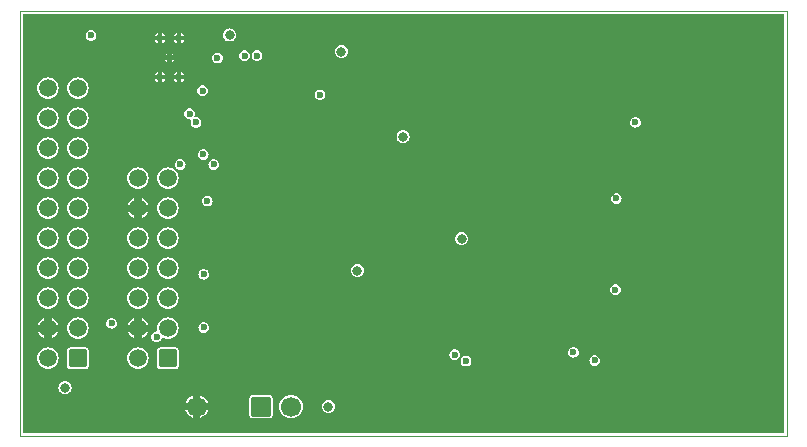
<source format=gbl>
%FSAX43Y43*%
%MOMM*%
G71*
G01*
G75*
G04 Layer_Physical_Order=4*
G04 Layer_Color=16711680*
%ADD10C,0.300*%
%ADD11R,0.650X0.650*%
%ADD12R,0.650X0.650*%
G04:AMPARAMS|DCode=13|XSize=4.6mm|YSize=4.6mm|CornerRadius=0.115mm|HoleSize=0mm|Usage=FLASHONLY|Rotation=270.000|XOffset=0mm|YOffset=0mm|HoleType=Round|Shape=RoundedRectangle|*
%AMROUNDEDRECTD13*
21,1,4.600,4.370,0,0,270.0*
21,1,4.370,4.600,0,0,270.0*
1,1,0.230,-2.185,-2.185*
1,1,0.230,-2.185,2.185*
1,1,0.230,2.185,2.185*
1,1,0.230,2.185,-2.185*
%
%ADD13ROUNDEDRECTD13*%
%ADD14O,0.300X0.800*%
%ADD15O,0.800X0.300*%
G04:AMPARAMS|DCode=16|XSize=1.7mm|YSize=0.65mm|CornerRadius=0.016mm|HoleSize=0mm|Usage=FLASHONLY|Rotation=180.000|XOffset=0mm|YOffset=0mm|HoleType=Round|Shape=RoundedRectangle|*
%AMROUNDEDRECTD16*
21,1,1.700,0.618,0,0,180.0*
21,1,1.667,0.650,0,0,180.0*
1,1,0.033,-0.834,0.309*
1,1,0.033,0.834,0.309*
1,1,0.033,0.834,-0.309*
1,1,0.033,-0.834,-0.309*
%
%ADD16ROUNDEDRECTD16*%
G04:AMPARAMS|DCode=17|XSize=1.5mm|YSize=0.65mm|CornerRadius=0.016mm|HoleSize=0mm|Usage=FLASHONLY|Rotation=180.000|XOffset=0mm|YOffset=0mm|HoleType=Round|Shape=RoundedRectangle|*
%AMROUNDEDRECTD17*
21,1,1.500,0.618,0,0,180.0*
21,1,1.468,0.650,0,0,180.0*
1,1,0.033,-0.734,0.309*
1,1,0.033,0.734,0.309*
1,1,0.033,0.734,-0.309*
1,1,0.033,-0.734,-0.309*
%
%ADD17ROUNDEDRECTD17*%
G04:AMPARAMS|DCode=18|XSize=1.1mm|YSize=0.65mm|CornerRadius=0.016mm|HoleSize=0mm|Usage=FLASHONLY|Rotation=180.000|XOffset=0mm|YOffset=0mm|HoleType=Round|Shape=RoundedRectangle|*
%AMROUNDEDRECTD18*
21,1,1.100,0.618,0,0,180.0*
21,1,1.067,0.650,0,0,180.0*
1,1,0.033,-0.534,0.309*
1,1,0.033,0.534,0.309*
1,1,0.033,0.534,-0.309*
1,1,0.033,-0.534,-0.309*
%
%ADD18ROUNDEDRECTD18*%
G04:AMPARAMS|DCode=19|XSize=4mm|YSize=2.5mm|CornerRadius=0.063mm|HoleSize=0mm|Usage=FLASHONLY|Rotation=270.000|XOffset=0mm|YOffset=0mm|HoleType=Round|Shape=RoundedRectangle|*
%AMROUNDEDRECTD19*
21,1,4.000,2.375,0,0,270.0*
21,1,3.875,2.500,0,0,270.0*
1,1,0.125,-1.188,-1.938*
1,1,0.125,-1.188,1.938*
1,1,0.125,1.188,1.938*
1,1,0.125,1.188,-1.938*
%
%ADD19ROUNDEDRECTD19*%
G04:AMPARAMS|DCode=20|XSize=0.45mm|YSize=1.1mm|CornerRadius=0.023mm|HoleSize=0mm|Usage=FLASHONLY|Rotation=270.000|XOffset=0mm|YOffset=0mm|HoleType=Round|Shape=RoundedRectangle|*
%AMROUNDEDRECTD20*
21,1,0.450,1.055,0,0,270.0*
21,1,0.405,1.100,0,0,270.0*
1,1,0.045,-0.527,-0.203*
1,1,0.045,-0.527,0.203*
1,1,0.045,0.527,0.203*
1,1,0.045,0.527,-0.203*
%
%ADD20ROUNDEDRECTD20*%
%ADD21R,1.300X1.300*%
%ADD22R,1.300X1.300*%
%ADD23R,0.900X0.900*%
%ADD24R,0.500X0.250*%
G04:AMPARAMS|DCode=25|XSize=1.4mm|YSize=0.8mm|CornerRadius=0.02mm|HoleSize=0mm|Usage=FLASHONLY|Rotation=270.000|XOffset=0mm|YOffset=0mm|HoleType=Round|Shape=RoundedRectangle|*
%AMROUNDEDRECTD25*
21,1,1.400,0.760,0,0,270.0*
21,1,1.360,0.800,0,0,270.0*
1,1,0.040,-0.380,-0.680*
1,1,0.040,-0.380,0.680*
1,1,0.040,0.380,0.680*
1,1,0.040,0.380,-0.680*
%
%ADD25ROUNDEDRECTD25*%
G04:AMPARAMS|DCode=26|XSize=1.4mm|YSize=0.8mm|CornerRadius=0.02mm|HoleSize=0mm|Usage=FLASHONLY|Rotation=180.000|XOffset=0mm|YOffset=0mm|HoleType=Round|Shape=RoundedRectangle|*
%AMROUNDEDRECTD26*
21,1,1.400,0.760,0,0,180.0*
21,1,1.360,0.800,0,0,180.0*
1,1,0.040,-0.680,0.380*
1,1,0.040,0.680,0.380*
1,1,0.040,0.680,-0.380*
1,1,0.040,-0.680,-0.380*
%
%ADD26ROUNDEDRECTD26*%
%ADD27C,1.270*%
G04:AMPARAMS|DCode=28|XSize=0.9mm|YSize=4mm|CornerRadius=0.045mm|HoleSize=0mm|Usage=FLASHONLY|Rotation=90.000|XOffset=0mm|YOffset=0mm|HoleType=Round|Shape=RoundedRectangle|*
%AMROUNDEDRECTD28*
21,1,0.900,3.910,0,0,90.0*
21,1,0.810,4.000,0,0,90.0*
1,1,0.090,1.955,0.405*
1,1,0.090,1.955,-0.405*
1,1,0.090,-1.955,-0.405*
1,1,0.090,-1.955,0.405*
%
%ADD28ROUNDEDRECTD28*%
%ADD29R,0.500X0.500*%
%ADD30R,0.850X0.400*%
%ADD31R,1.050X0.700*%
%ADD32C,0.400*%
%ADD33C,0.500*%
%ADD34C,1.000*%
%ADD35C,0.200*%
%ADD36C,0.650*%
%ADD37C,0.600*%
%ADD38C,0.800*%
%ADD39C,0.250*%
%ADD40C,0.050*%
%ADD41C,1.500*%
G04:AMPARAMS|DCode=42|XSize=1.5mm|YSize=1.5mm|CornerRadius=0.075mm|HoleSize=0mm|Usage=FLASHONLY|Rotation=90.000|XOffset=0mm|YOffset=0mm|HoleType=Round|Shape=RoundedRectangle|*
%AMROUNDEDRECTD42*
21,1,1.500,1.350,0,0,90.0*
21,1,1.350,1.500,0,0,90.0*
1,1,0.150,0.675,0.675*
1,1,0.150,0.675,-0.675*
1,1,0.150,-0.675,-0.675*
1,1,0.150,-0.675,0.675*
%
%ADD42ROUNDEDRECTD42*%
%ADD43C,1.700*%
G04:AMPARAMS|DCode=44|XSize=1.7mm|YSize=1.7mm|CornerRadius=0.17mm|HoleSize=0mm|Usage=FLASHONLY|Rotation=0.000|XOffset=0mm|YOffset=0mm|HoleType=Round|Shape=RoundedRectangle|*
%AMROUNDEDRECTD44*
21,1,1.700,1.360,0,0,0.0*
21,1,1.360,1.700,0,0,0.0*
1,1,0.340,0.680,-0.680*
1,1,0.340,-0.680,-0.680*
1,1,0.340,-0.680,0.680*
1,1,0.340,0.680,0.680*
%
%ADD44ROUNDEDRECTD44*%
G04:AMPARAMS|DCode=45|XSize=2.2mm|YSize=4.4mm|CornerRadius=0.11mm|HoleSize=0mm|Usage=FLASHONLY|Rotation=90.000|XOffset=0mm|YOffset=0mm|HoleType=Round|Shape=RoundedRectangle|*
%AMROUNDEDRECTD45*
21,1,2.200,4.180,0,0,90.0*
21,1,1.980,4.400,0,0,90.0*
1,1,0.220,2.090,0.990*
1,1,0.220,2.090,-0.990*
1,1,0.220,-2.090,-0.990*
1,1,0.220,-2.090,0.990*
%
%ADD45ROUNDEDRECTD45*%
%ADD46C,0.800*%
%ADD47C,0.600*%
%ADD48C,0.580*%
G36*
X0064700Y0000300D02*
X0000300D01*
Y0035700D01*
X0064700D01*
Y0000300D01*
D02*
G37*
%LPC*%
G36*
X0004950Y0015124D02*
X0004774Y0015107D01*
X0004604Y0015056D01*
X0004448Y0014972D01*
X0004311Y0014859D01*
X0004198Y0014722D01*
X0004114Y0014566D01*
X0004063Y0014396D01*
X0004046Y0014220D01*
X0004063Y0014044D01*
X0004114Y0013874D01*
X0004198Y0013718D01*
X0004311Y0013581D01*
X0004448Y0013468D01*
X0004604Y0013384D01*
X0004774Y0013333D01*
X0004950Y0013316D01*
X0005126Y0013333D01*
X0005296Y0013384D01*
X0005452Y0013468D01*
X0005589Y0013581D01*
X0005702Y0013718D01*
X0005786Y0013874D01*
X0005837Y0014044D01*
X0005854Y0014220D01*
X0005837Y0014396D01*
X0005786Y0014566D01*
X0005702Y0014722D01*
X0005589Y0014859D01*
X0005452Y0014972D01*
X0005296Y0015056D01*
X0005126Y0015107D01*
X0004950Y0015124D01*
D02*
G37*
G36*
X0002410D02*
X0002234Y0015107D01*
X0002064Y0015056D01*
X0001908Y0014972D01*
X0001771Y0014859D01*
X0001658Y0014722D01*
X0001574Y0014566D01*
X0001523Y0014396D01*
X0001506Y0014220D01*
X0001523Y0014044D01*
X0001574Y0013874D01*
X0001658Y0013718D01*
X0001771Y0013581D01*
X0001908Y0013468D01*
X0002064Y0013384D01*
X0002234Y0013333D01*
X0002410Y0013316D01*
X0002586Y0013333D01*
X0002756Y0013384D01*
X0002912Y0013468D01*
X0003049Y0013581D01*
X0003162Y0013718D01*
X0003246Y0013874D01*
X0003297Y0014044D01*
X0003314Y0014220D01*
X0003297Y0014396D01*
X0003246Y0014566D01*
X0003162Y0014722D01*
X0003049Y0014859D01*
X0002912Y0014972D01*
X0002756Y0015056D01*
X0002586Y0015107D01*
X0002410Y0015124D01*
D02*
G37*
G36*
X0015600Y0014154D02*
X0015483Y0014138D01*
X0015373Y0014093D01*
X0015279Y0014021D01*
X0015207Y0013927D01*
X0015162Y0013817D01*
X0015146Y0013700D01*
X0015162Y0013583D01*
X0015207Y0013473D01*
X0015279Y0013379D01*
X0015373Y0013307D01*
X0015483Y0013262D01*
X0015600Y0013246D01*
X0015717Y0013262D01*
X0015827Y0013307D01*
X0015921Y0013379D01*
X0015993Y0013473D01*
X0016038Y0013583D01*
X0016054Y0013700D01*
X0016038Y0013817D01*
X0015993Y0013927D01*
X0015921Y0014021D01*
X0015827Y0014093D01*
X0015717Y0014138D01*
X0015600Y0014154D01*
D02*
G37*
G36*
X0028600Y0014555D02*
X0028456Y0014536D01*
X0028323Y0014480D01*
X0028208Y0014392D01*
X0028120Y0014277D01*
X0028064Y0014144D01*
X0028045Y0014000D01*
X0028064Y0013856D01*
X0028120Y0013723D01*
X0028208Y0013608D01*
X0028323Y0013520D01*
X0028456Y0013464D01*
X0028600Y0013445D01*
X0028744Y0013464D01*
X0028877Y0013520D01*
X0028992Y0013608D01*
X0029080Y0013723D01*
X0029136Y0013856D01*
X0029155Y0014000D01*
X0029136Y0014144D01*
X0029080Y0014277D01*
X0028992Y0014392D01*
X0028877Y0014480D01*
X0028744Y0014536D01*
X0028600Y0014555D01*
D02*
G37*
G36*
X0012570Y0015124D02*
X0012394Y0015107D01*
X0012224Y0015056D01*
X0012068Y0014972D01*
X0011931Y0014859D01*
X0011818Y0014722D01*
X0011734Y0014566D01*
X0011683Y0014396D01*
X0011666Y0014220D01*
X0011683Y0014044D01*
X0011734Y0013874D01*
X0011818Y0013718D01*
X0011931Y0013581D01*
X0012068Y0013468D01*
X0012224Y0013384D01*
X0012394Y0013333D01*
X0012570Y0013316D01*
X0012746Y0013333D01*
X0012916Y0013384D01*
X0013072Y0013468D01*
X0013209Y0013581D01*
X0013322Y0013718D01*
X0013406Y0013874D01*
X0013457Y0014044D01*
X0013474Y0014220D01*
X0013457Y0014396D01*
X0013406Y0014566D01*
X0013322Y0014722D01*
X0013209Y0014859D01*
X0013072Y0014972D01*
X0012916Y0015056D01*
X0012746Y0015107D01*
X0012570Y0015124D01*
D02*
G37*
G36*
X0010030D02*
X0009854Y0015107D01*
X0009684Y0015056D01*
X0009528Y0014972D01*
X0009391Y0014859D01*
X0009278Y0014722D01*
X0009194Y0014566D01*
X0009143Y0014396D01*
X0009126Y0014220D01*
X0009143Y0014044D01*
X0009194Y0013874D01*
X0009278Y0013718D01*
X0009391Y0013581D01*
X0009528Y0013468D01*
X0009684Y0013384D01*
X0009854Y0013333D01*
X0010030Y0013316D01*
X0010206Y0013333D01*
X0010376Y0013384D01*
X0010532Y0013468D01*
X0010669Y0013581D01*
X0010782Y0013718D01*
X0010866Y0013874D01*
X0010917Y0014044D01*
X0010934Y0014220D01*
X0010917Y0014396D01*
X0010866Y0014566D01*
X0010782Y0014722D01*
X0010669Y0014859D01*
X0010532Y0014972D01*
X0010376Y0015056D01*
X0010206Y0015107D01*
X0010030Y0015124D01*
D02*
G37*
G36*
X0050450Y0012854D02*
X0050333Y0012838D01*
X0050223Y0012793D01*
X0050129Y0012721D01*
X0050057Y0012627D01*
X0050012Y0012517D01*
X0049996Y0012400D01*
X0050012Y0012283D01*
X0050057Y0012173D01*
X0050129Y0012079D01*
X0050223Y0012007D01*
X0050333Y0011962D01*
X0050450Y0011946D01*
X0050567Y0011962D01*
X0050677Y0012007D01*
X0050771Y0012079D01*
X0050843Y0012173D01*
X0050888Y0012283D01*
X0050904Y0012400D01*
X0050888Y0012517D01*
X0050843Y0012627D01*
X0050771Y0012721D01*
X0050677Y0012793D01*
X0050567Y0012838D01*
X0050450Y0012854D01*
D02*
G37*
G36*
X0002410Y0012584D02*
X0002234Y0012567D01*
X0002064Y0012516D01*
X0001908Y0012432D01*
X0001771Y0012319D01*
X0001658Y0012182D01*
X0001574Y0012026D01*
X0001523Y0011856D01*
X0001506Y0011680D01*
X0001523Y0011504D01*
X0001574Y0011334D01*
X0001658Y0011178D01*
X0001771Y0011041D01*
X0001908Y0010928D01*
X0002064Y0010844D01*
X0002234Y0010793D01*
X0002410Y0010776D01*
X0002586Y0010793D01*
X0002756Y0010844D01*
X0002912Y0010928D01*
X0003049Y0011041D01*
X0003162Y0011178D01*
X0003246Y0011334D01*
X0003297Y0011504D01*
X0003314Y0011680D01*
X0003297Y0011856D01*
X0003246Y0012026D01*
X0003162Y0012182D01*
X0003049Y0012319D01*
X0002912Y0012432D01*
X0002756Y0012516D01*
X0002586Y0012567D01*
X0002410Y0012584D01*
D02*
G37*
G36*
X0010330Y0009989D02*
Y0009440D01*
X0010879D01*
X0010866Y0009486D01*
X0010782Y0009642D01*
X0010669Y0009779D01*
X0010532Y0009892D01*
X0010376Y0009976D01*
X0010330Y0009989D01*
D02*
G37*
G36*
X0009730D02*
X0009684Y0009976D01*
X0009528Y0009892D01*
X0009391Y0009779D01*
X0009278Y0009642D01*
X0009194Y0009486D01*
X0009181Y0009440D01*
X0009730D01*
Y0009989D01*
D02*
G37*
G36*
X0012570Y0012584D02*
X0012394Y0012567D01*
X0012224Y0012516D01*
X0012068Y0012432D01*
X0011931Y0012319D01*
X0011818Y0012182D01*
X0011734Y0012026D01*
X0011683Y0011856D01*
X0011666Y0011680D01*
X0011683Y0011504D01*
X0011734Y0011334D01*
X0011818Y0011178D01*
X0011931Y0011041D01*
X0012068Y0010928D01*
X0012224Y0010844D01*
X0012394Y0010793D01*
X0012570Y0010776D01*
X0012746Y0010793D01*
X0012916Y0010844D01*
X0013072Y0010928D01*
X0013209Y0011041D01*
X0013322Y0011178D01*
X0013406Y0011334D01*
X0013457Y0011504D01*
X0013474Y0011680D01*
X0013457Y0011856D01*
X0013406Y0012026D01*
X0013322Y0012182D01*
X0013209Y0012319D01*
X0013072Y0012432D01*
X0012916Y0012516D01*
X0012746Y0012567D01*
X0012570Y0012584D01*
D02*
G37*
G36*
X0010030D02*
X0009854Y0012567D01*
X0009684Y0012516D01*
X0009528Y0012432D01*
X0009391Y0012319D01*
X0009278Y0012182D01*
X0009194Y0012026D01*
X0009143Y0011856D01*
X0009126Y0011680D01*
X0009143Y0011504D01*
X0009194Y0011334D01*
X0009278Y0011178D01*
X0009391Y0011041D01*
X0009528Y0010928D01*
X0009684Y0010844D01*
X0009854Y0010793D01*
X0010030Y0010776D01*
X0010206Y0010793D01*
X0010376Y0010844D01*
X0010532Y0010928D01*
X0010669Y0011041D01*
X0010782Y0011178D01*
X0010866Y0011334D01*
X0010917Y0011504D01*
X0010934Y0011680D01*
X0010917Y0011856D01*
X0010866Y0012026D01*
X0010782Y0012182D01*
X0010669Y0012319D01*
X0010532Y0012432D01*
X0010376Y0012516D01*
X0010206Y0012567D01*
X0010030Y0012584D01*
D02*
G37*
G36*
X0004950D02*
X0004774Y0012567D01*
X0004604Y0012516D01*
X0004448Y0012432D01*
X0004311Y0012319D01*
X0004198Y0012182D01*
X0004114Y0012026D01*
X0004063Y0011856D01*
X0004046Y0011680D01*
X0004063Y0011504D01*
X0004114Y0011334D01*
X0004198Y0011178D01*
X0004311Y0011041D01*
X0004448Y0010928D01*
X0004604Y0010844D01*
X0004774Y0010793D01*
X0004950Y0010776D01*
X0005126Y0010793D01*
X0005296Y0010844D01*
X0005452Y0010928D01*
X0005589Y0011041D01*
X0005702Y0011178D01*
X0005786Y0011334D01*
X0005837Y0011504D01*
X0005854Y0011680D01*
X0005837Y0011856D01*
X0005786Y0012026D01*
X0005702Y0012182D01*
X0005589Y0012319D01*
X0005452Y0012432D01*
X0005296Y0012516D01*
X0005126Y0012567D01*
X0004950Y0012584D01*
D02*
G37*
G36*
X0010879Y0019000D02*
X0010330D01*
Y0018451D01*
X0010376Y0018464D01*
X0010532Y0018548D01*
X0010669Y0018661D01*
X0010782Y0018798D01*
X0010866Y0018954D01*
X0010879Y0019000D01*
D02*
G37*
G36*
X0009730D02*
X0009181D01*
X0009194Y0018954D01*
X0009278Y0018798D01*
X0009391Y0018661D01*
X0009528Y0018548D01*
X0009684Y0018464D01*
X0009730Y0018451D01*
Y0019000D01*
D02*
G37*
G36*
X0012570Y0020204D02*
X0012394Y0020187D01*
X0012224Y0020136D01*
X0012068Y0020052D01*
X0011931Y0019939D01*
X0011818Y0019802D01*
X0011734Y0019646D01*
X0011683Y0019476D01*
X0011666Y0019300D01*
X0011683Y0019124D01*
X0011734Y0018954D01*
X0011818Y0018798D01*
X0011931Y0018661D01*
X0012068Y0018548D01*
X0012224Y0018464D01*
X0012394Y0018413D01*
X0012570Y0018396D01*
X0012746Y0018413D01*
X0012916Y0018464D01*
X0013072Y0018548D01*
X0013209Y0018661D01*
X0013322Y0018798D01*
X0013406Y0018954D01*
X0013457Y0019124D01*
X0013474Y0019300D01*
X0013457Y0019476D01*
X0013406Y0019646D01*
X0013322Y0019802D01*
X0013209Y0019939D01*
X0013072Y0020052D01*
X0012916Y0020136D01*
X0012746Y0020187D01*
X0012570Y0020204D01*
D02*
G37*
G36*
X0010330Y0020149D02*
Y0019600D01*
X0010879D01*
X0010866Y0019646D01*
X0010782Y0019802D01*
X0010669Y0019939D01*
X0010532Y0020052D01*
X0010376Y0020136D01*
X0010330Y0020149D01*
D02*
G37*
G36*
X0009730D02*
X0009684Y0020136D01*
X0009528Y0020052D01*
X0009391Y0019939D01*
X0009278Y0019802D01*
X0009194Y0019646D01*
X0009181Y0019600D01*
X0009730D01*
Y0020149D01*
D02*
G37*
G36*
X0015900Y0020354D02*
X0015783Y0020338D01*
X0015673Y0020293D01*
X0015579Y0020221D01*
X0015507Y0020127D01*
X0015462Y0020017D01*
X0015446Y0019900D01*
X0015462Y0019783D01*
X0015507Y0019673D01*
X0015579Y0019579D01*
X0015673Y0019507D01*
X0015783Y0019462D01*
X0015900Y0019446D01*
X0016017Y0019462D01*
X0016127Y0019507D01*
X0016221Y0019579D01*
X0016293Y0019673D01*
X0016338Y0019783D01*
X0016354Y0019900D01*
X0016338Y0020017D01*
X0016293Y0020127D01*
X0016221Y0020221D01*
X0016127Y0020293D01*
X0016017Y0020338D01*
X0015900Y0020354D01*
D02*
G37*
G36*
X0004950Y0020204D02*
X0004774Y0020187D01*
X0004604Y0020136D01*
X0004448Y0020052D01*
X0004311Y0019939D01*
X0004198Y0019802D01*
X0004114Y0019646D01*
X0004063Y0019476D01*
X0004046Y0019300D01*
X0004063Y0019124D01*
X0004114Y0018954D01*
X0004198Y0018798D01*
X0004311Y0018661D01*
X0004448Y0018548D01*
X0004604Y0018464D01*
X0004774Y0018413D01*
X0004950Y0018396D01*
X0005126Y0018413D01*
X0005296Y0018464D01*
X0005452Y0018548D01*
X0005589Y0018661D01*
X0005702Y0018798D01*
X0005786Y0018954D01*
X0005837Y0019124D01*
X0005854Y0019300D01*
X0005837Y0019476D01*
X0005786Y0019646D01*
X0005702Y0019802D01*
X0005589Y0019939D01*
X0005452Y0020052D01*
X0005296Y0020136D01*
X0005126Y0020187D01*
X0004950Y0020204D01*
D02*
G37*
G36*
X0010030Y0017664D02*
X0009854Y0017647D01*
X0009684Y0017596D01*
X0009528Y0017512D01*
X0009391Y0017399D01*
X0009278Y0017262D01*
X0009194Y0017106D01*
X0009143Y0016936D01*
X0009126Y0016760D01*
X0009143Y0016584D01*
X0009194Y0016414D01*
X0009278Y0016258D01*
X0009391Y0016121D01*
X0009528Y0016008D01*
X0009684Y0015924D01*
X0009854Y0015873D01*
X0010030Y0015856D01*
X0010206Y0015873D01*
X0010376Y0015924D01*
X0010532Y0016008D01*
X0010669Y0016121D01*
X0010782Y0016258D01*
X0010866Y0016414D01*
X0010917Y0016584D01*
X0010934Y0016760D01*
X0010917Y0016936D01*
X0010866Y0017106D01*
X0010782Y0017262D01*
X0010669Y0017399D01*
X0010532Y0017512D01*
X0010376Y0017596D01*
X0010206Y0017647D01*
X0010030Y0017664D01*
D02*
G37*
G36*
X0004950D02*
X0004774Y0017647D01*
X0004604Y0017596D01*
X0004448Y0017512D01*
X0004311Y0017399D01*
X0004198Y0017262D01*
X0004114Y0017106D01*
X0004063Y0016936D01*
X0004046Y0016760D01*
X0004063Y0016584D01*
X0004114Y0016414D01*
X0004198Y0016258D01*
X0004311Y0016121D01*
X0004448Y0016008D01*
X0004604Y0015924D01*
X0004774Y0015873D01*
X0004950Y0015856D01*
X0005126Y0015873D01*
X0005296Y0015924D01*
X0005452Y0016008D01*
X0005589Y0016121D01*
X0005702Y0016258D01*
X0005786Y0016414D01*
X0005837Y0016584D01*
X0005854Y0016760D01*
X0005837Y0016936D01*
X0005786Y0017106D01*
X0005702Y0017262D01*
X0005589Y0017399D01*
X0005452Y0017512D01*
X0005296Y0017596D01*
X0005126Y0017647D01*
X0004950Y0017664D01*
D02*
G37*
G36*
X0002410D02*
X0002234Y0017647D01*
X0002064Y0017596D01*
X0001908Y0017512D01*
X0001771Y0017399D01*
X0001658Y0017262D01*
X0001574Y0017106D01*
X0001523Y0016936D01*
X0001506Y0016760D01*
X0001523Y0016584D01*
X0001574Y0016414D01*
X0001658Y0016258D01*
X0001771Y0016121D01*
X0001908Y0016008D01*
X0002064Y0015924D01*
X0002234Y0015873D01*
X0002410Y0015856D01*
X0002586Y0015873D01*
X0002756Y0015924D01*
X0002912Y0016008D01*
X0003049Y0016121D01*
X0003162Y0016258D01*
X0003246Y0016414D01*
X0003297Y0016584D01*
X0003314Y0016760D01*
X0003297Y0016936D01*
X0003246Y0017106D01*
X0003162Y0017262D01*
X0003049Y0017399D01*
X0002912Y0017512D01*
X0002756Y0017596D01*
X0002586Y0017647D01*
X0002410Y0017664D01*
D02*
G37*
G36*
Y0020204D02*
X0002234Y0020187D01*
X0002064Y0020136D01*
X0001908Y0020052D01*
X0001771Y0019939D01*
X0001658Y0019802D01*
X0001574Y0019646D01*
X0001523Y0019476D01*
X0001506Y0019300D01*
X0001523Y0019124D01*
X0001574Y0018954D01*
X0001658Y0018798D01*
X0001771Y0018661D01*
X0001908Y0018548D01*
X0002064Y0018464D01*
X0002234Y0018413D01*
X0002410Y0018396D01*
X0002586Y0018413D01*
X0002756Y0018464D01*
X0002912Y0018548D01*
X0003049Y0018661D01*
X0003162Y0018798D01*
X0003246Y0018954D01*
X0003297Y0019124D01*
X0003314Y0019300D01*
X0003297Y0019476D01*
X0003246Y0019646D01*
X0003162Y0019802D01*
X0003049Y0019939D01*
X0002912Y0020052D01*
X0002756Y0020136D01*
X0002586Y0020187D01*
X0002410Y0020204D01*
D02*
G37*
G36*
X0037428Y0017256D02*
X0037285Y0017237D01*
X0037151Y0017182D01*
X0037036Y0017094D01*
X0036948Y0016979D01*
X0036893Y0016845D01*
X0036874Y0016701D01*
X0036893Y0016558D01*
X0036948Y0016424D01*
X0037036Y0016309D01*
X0037151Y0016221D01*
X0037285Y0016165D01*
X0037428Y0016147D01*
X0037572Y0016165D01*
X0037706Y0016221D01*
X0037821Y0016309D01*
X0037909Y0016424D01*
X0037964Y0016558D01*
X0037983Y0016701D01*
X0037964Y0016845D01*
X0037909Y0016979D01*
X0037821Y0017094D01*
X0037706Y0017182D01*
X0037572Y0017237D01*
X0037428Y0017256D01*
D02*
G37*
G36*
X0012570Y0017664D02*
X0012394Y0017647D01*
X0012224Y0017596D01*
X0012068Y0017512D01*
X0011931Y0017399D01*
X0011818Y0017262D01*
X0011734Y0017106D01*
X0011683Y0016936D01*
X0011666Y0016760D01*
X0011683Y0016584D01*
X0011734Y0016414D01*
X0011818Y0016258D01*
X0011931Y0016121D01*
X0012068Y0016008D01*
X0012224Y0015924D01*
X0012394Y0015873D01*
X0012570Y0015856D01*
X0012746Y0015873D01*
X0012916Y0015924D01*
X0013072Y0016008D01*
X0013209Y0016121D01*
X0013322Y0016258D01*
X0013406Y0016414D01*
X0013457Y0016584D01*
X0013474Y0016760D01*
X0013457Y0016936D01*
X0013406Y0017106D01*
X0013322Y0017262D01*
X0013209Y0017399D01*
X0013072Y0017512D01*
X0012916Y0017596D01*
X0012746Y0017647D01*
X0012570Y0017664D01*
D02*
G37*
G36*
X0013245Y0007504D02*
X0011895D01*
X0011807Y0007487D01*
X0011733Y0007437D01*
X0011683Y0007363D01*
X0011666Y0007275D01*
Y0005925D01*
X0011683Y0005837D01*
X0011733Y0005763D01*
X0011807Y0005713D01*
X0011895Y0005696D01*
X0013245D01*
X0013333Y0005713D01*
X0013407Y0005763D01*
X0013457Y0005837D01*
X0013474Y0005925D01*
Y0007275D01*
X0013457Y0007363D01*
X0013407Y0007437D01*
X0013333Y0007487D01*
X0013245Y0007504D01*
D02*
G37*
G36*
X0005625D02*
X0004275D01*
X0004187Y0007487D01*
X0004113Y0007437D01*
X0004063Y0007363D01*
X0004046Y0007275D01*
Y0005925D01*
X0004063Y0005837D01*
X0004113Y0005763D01*
X0004187Y0005713D01*
X0004275Y0005696D01*
X0005625D01*
X0005713Y0005713D01*
X0005787Y0005763D01*
X0005837Y0005837D01*
X0005854Y0005925D01*
Y0007275D01*
X0005837Y0007363D01*
X0005787Y0007437D01*
X0005713Y0007487D01*
X0005625Y0007504D01*
D02*
G37*
G36*
X0003850Y0004655D02*
X0003706Y0004636D01*
X0003573Y0004580D01*
X0003458Y0004492D01*
X0003370Y0004377D01*
X0003314Y0004244D01*
X0003295Y0004100D01*
X0003314Y0003956D01*
X0003370Y0003823D01*
X0003458Y0003708D01*
X0003573Y0003620D01*
X0003706Y0003564D01*
X0003850Y0003545D01*
X0003994Y0003564D01*
X0004127Y0003620D01*
X0004242Y0003708D01*
X0004330Y0003823D01*
X0004386Y0003956D01*
X0004405Y0004100D01*
X0004386Y0004244D01*
X0004330Y0004377D01*
X0004242Y0004492D01*
X0004127Y0004580D01*
X0003994Y0004636D01*
X0003850Y0004655D01*
D02*
G37*
G36*
X0037800Y0006804D02*
X0037683Y0006788D01*
X0037573Y0006743D01*
X0037479Y0006671D01*
X0037407Y0006577D01*
X0037362Y0006467D01*
X0037346Y0006350D01*
X0037362Y0006233D01*
X0037407Y0006123D01*
X0037479Y0006029D01*
X0037573Y0005957D01*
X0037683Y0005912D01*
X0037800Y0005896D01*
X0037917Y0005912D01*
X0038027Y0005957D01*
X0038121Y0006029D01*
X0038193Y0006123D01*
X0038238Y0006233D01*
X0038254Y0006350D01*
X0038238Y0006467D01*
X0038193Y0006577D01*
X0038121Y0006671D01*
X0038027Y0006743D01*
X0037917Y0006788D01*
X0037800Y0006804D01*
D02*
G37*
G36*
X0010030Y0007504D02*
X0009854Y0007487D01*
X0009684Y0007436D01*
X0009528Y0007352D01*
X0009391Y0007239D01*
X0009278Y0007102D01*
X0009194Y0006946D01*
X0009143Y0006776D01*
X0009126Y0006600D01*
X0009143Y0006424D01*
X0009194Y0006254D01*
X0009278Y0006098D01*
X0009391Y0005961D01*
X0009528Y0005848D01*
X0009684Y0005764D01*
X0009854Y0005713D01*
X0010030Y0005696D01*
X0010206Y0005713D01*
X0010376Y0005764D01*
X0010532Y0005848D01*
X0010669Y0005961D01*
X0010782Y0006098D01*
X0010866Y0006254D01*
X0010917Y0006424D01*
X0010934Y0006600D01*
X0010917Y0006776D01*
X0010866Y0006946D01*
X0010782Y0007102D01*
X0010669Y0007239D01*
X0010532Y0007352D01*
X0010376Y0007436D01*
X0010206Y0007487D01*
X0010030Y0007504D01*
D02*
G37*
G36*
X0002410D02*
X0002234Y0007487D01*
X0002064Y0007436D01*
X0001908Y0007352D01*
X0001771Y0007239D01*
X0001658Y0007102D01*
X0001574Y0006946D01*
X0001523Y0006776D01*
X0001506Y0006600D01*
X0001523Y0006424D01*
X0001574Y0006254D01*
X0001658Y0006098D01*
X0001771Y0005961D01*
X0001908Y0005848D01*
X0002064Y0005764D01*
X0002234Y0005713D01*
X0002410Y0005696D01*
X0002586Y0005713D01*
X0002756Y0005764D01*
X0002912Y0005848D01*
X0003049Y0005961D01*
X0003162Y0006098D01*
X0003246Y0006254D01*
X0003297Y0006424D01*
X0003314Y0006600D01*
X0003297Y0006776D01*
X0003246Y0006946D01*
X0003162Y0007102D01*
X0003049Y0007239D01*
X0002912Y0007352D01*
X0002756Y0007436D01*
X0002586Y0007487D01*
X0002410Y0007504D01*
D02*
G37*
G36*
X0015300Y0003454D02*
Y0002800D01*
X0015954D01*
X0015928Y0002885D01*
X0015835Y0003058D01*
X0015711Y0003211D01*
X0015558Y0003335D01*
X0015385Y0003428D01*
X0015300Y0003454D01*
D02*
G37*
G36*
X0014700Y0002200D02*
X0014046D01*
X0014072Y0002115D01*
X0014165Y0001942D01*
X0014289Y0001789D01*
X0014442Y0001665D01*
X0014615Y0001572D01*
X0014700Y0001546D01*
Y0002200D01*
D02*
G37*
G36*
X0021130Y0003503D02*
X0019770D01*
X0019686Y0003492D01*
X0019609Y0003460D01*
X0019542Y0003408D01*
X0019490Y0003341D01*
X0019458Y0003264D01*
X0019447Y0003180D01*
Y0001820D01*
X0019458Y0001736D01*
X0019490Y0001659D01*
X0019542Y0001592D01*
X0019609Y0001540D01*
X0019686Y0001508D01*
X0019770Y0001497D01*
X0021130D01*
X0021214Y0001508D01*
X0021291Y0001540D01*
X0021358Y0001592D01*
X0021410Y0001659D01*
X0021442Y0001736D01*
X0021453Y0001820D01*
Y0003180D01*
X0021442Y0003264D01*
X0021410Y0003341D01*
X0021358Y0003408D01*
X0021291Y0003460D01*
X0021214Y0003492D01*
X0021130Y0003503D01*
D02*
G37*
G36*
X0022990Y0003505D02*
X0022794Y0003486D01*
X0022605Y0003428D01*
X0022432Y0003335D01*
X0022279Y0003211D01*
X0022154Y0003058D01*
X0022062Y0002885D01*
X0022004Y0002696D01*
X0021985Y0002500D01*
X0022004Y0002304D01*
X0022062Y0002115D01*
X0022154Y0001942D01*
X0022279Y0001789D01*
X0022432Y0001665D01*
X0022605Y0001572D01*
X0022794Y0001514D01*
X0022990Y0001495D01*
X0023186Y0001514D01*
X0023375Y0001572D01*
X0023548Y0001665D01*
X0023701Y0001789D01*
X0023825Y0001942D01*
X0023918Y0002115D01*
X0023976Y0002304D01*
X0023995Y0002500D01*
X0023976Y0002696D01*
X0023918Y0002885D01*
X0023825Y0003058D01*
X0023701Y0003211D01*
X0023548Y0003335D01*
X0023375Y0003428D01*
X0023186Y0003486D01*
X0022990Y0003505D01*
D02*
G37*
G36*
X0014700Y0003454D02*
X0014615Y0003428D01*
X0014442Y0003335D01*
X0014289Y0003211D01*
X0014165Y0003058D01*
X0014072Y0002885D01*
X0014046Y0002800D01*
X0014700D01*
Y0003454D01*
D02*
G37*
G36*
X0026150Y0003055D02*
X0026006Y0003036D01*
X0025873Y0002980D01*
X0025758Y0002892D01*
X0025670Y0002777D01*
X0025614Y0002644D01*
X0025595Y0002500D01*
X0025614Y0002356D01*
X0025670Y0002223D01*
X0025758Y0002108D01*
X0025873Y0002020D01*
X0026006Y0001964D01*
X0026150Y0001945D01*
X0026294Y0001964D01*
X0026427Y0002020D01*
X0026542Y0002108D01*
X0026630Y0002223D01*
X0026686Y0002356D01*
X0026705Y0002500D01*
X0026686Y0002644D01*
X0026630Y0002777D01*
X0026542Y0002892D01*
X0026427Y0002980D01*
X0026294Y0003036D01*
X0026150Y0003055D01*
D02*
G37*
G36*
X0015954Y0002200D02*
X0015300D01*
Y0001546D01*
X0015385Y0001572D01*
X0015558Y0001665D01*
X0015711Y0001789D01*
X0015835Y0001942D01*
X0015928Y0002115D01*
X0015954Y0002200D01*
D02*
G37*
G36*
X0012570Y0010044D02*
X0012394Y0010027D01*
X0012224Y0009976D01*
X0012068Y0009892D01*
X0011931Y0009779D01*
X0011818Y0009642D01*
X0011734Y0009486D01*
X0011683Y0009316D01*
X0011666Y0009140D01*
X0011683Y0008964D01*
X0011694Y0008926D01*
X0011630Y0008850D01*
X0011600Y0008854D01*
X0011483Y0008838D01*
X0011373Y0008793D01*
X0011279Y0008721D01*
X0011207Y0008627D01*
X0011162Y0008517D01*
X0011146Y0008400D01*
X0011162Y0008283D01*
X0011207Y0008173D01*
X0011279Y0008079D01*
X0011373Y0008007D01*
X0011483Y0007962D01*
X0011600Y0007946D01*
X0011717Y0007962D01*
X0011827Y0008007D01*
X0011921Y0008079D01*
X0011993Y0008173D01*
X0012038Y0008283D01*
X0012042Y0008309D01*
X0012131Y0008354D01*
X0012224Y0008304D01*
X0012394Y0008253D01*
X0012570Y0008236D01*
X0012746Y0008253D01*
X0012916Y0008304D01*
X0013072Y0008388D01*
X0013209Y0008501D01*
X0013322Y0008638D01*
X0013406Y0008794D01*
X0013457Y0008964D01*
X0013474Y0009140D01*
X0013457Y0009316D01*
X0013406Y0009486D01*
X0013322Y0009642D01*
X0013209Y0009779D01*
X0013072Y0009892D01*
X0012916Y0009976D01*
X0012746Y0010027D01*
X0012570Y0010044D01*
D02*
G37*
G36*
X0015600Y0009654D02*
X0015483Y0009638D01*
X0015373Y0009593D01*
X0015279Y0009521D01*
X0015207Y0009427D01*
X0015162Y0009317D01*
X0015146Y0009200D01*
X0015162Y0009083D01*
X0015207Y0008973D01*
X0015279Y0008879D01*
X0015373Y0008807D01*
X0015483Y0008762D01*
X0015600Y0008746D01*
X0015717Y0008762D01*
X0015827Y0008807D01*
X0015921Y0008879D01*
X0015993Y0008973D01*
X0016038Y0009083D01*
X0016054Y0009200D01*
X0016038Y0009317D01*
X0015993Y0009427D01*
X0015921Y0009521D01*
X0015827Y0009593D01*
X0015717Y0009638D01*
X0015600Y0009654D01*
D02*
G37*
G36*
X0010879Y0008840D02*
X0010330D01*
Y0008291D01*
X0010376Y0008304D01*
X0010532Y0008388D01*
X0010669Y0008501D01*
X0010782Y0008638D01*
X0010866Y0008794D01*
X0010879Y0008840D01*
D02*
G37*
G36*
X0002710Y0009989D02*
Y0009440D01*
X0003259D01*
X0003246Y0009486D01*
X0003162Y0009642D01*
X0003049Y0009779D01*
X0002912Y0009892D01*
X0002756Y0009976D01*
X0002710Y0009989D01*
D02*
G37*
G36*
X0002110D02*
X0002064Y0009976D01*
X0001908Y0009892D01*
X0001771Y0009779D01*
X0001658Y0009642D01*
X0001574Y0009486D01*
X0001561Y0009440D01*
X0002110D01*
Y0009989D01*
D02*
G37*
G36*
X0007800Y0010004D02*
X0007683Y0009988D01*
X0007573Y0009943D01*
X0007479Y0009871D01*
X0007407Y0009777D01*
X0007362Y0009667D01*
X0007346Y0009550D01*
X0007362Y0009433D01*
X0007407Y0009323D01*
X0007479Y0009229D01*
X0007573Y0009157D01*
X0007683Y0009112D01*
X0007800Y0009096D01*
X0007917Y0009112D01*
X0008027Y0009157D01*
X0008121Y0009229D01*
X0008193Y0009323D01*
X0008238Y0009433D01*
X0008254Y0009550D01*
X0008238Y0009667D01*
X0008193Y0009777D01*
X0008121Y0009871D01*
X0008027Y0009943D01*
X0007917Y0009988D01*
X0007800Y0010004D01*
D02*
G37*
G36*
X0009730Y0008840D02*
X0009181D01*
X0009194Y0008794D01*
X0009278Y0008638D01*
X0009391Y0008501D01*
X0009528Y0008388D01*
X0009684Y0008304D01*
X0009730Y0008291D01*
Y0008840D01*
D02*
G37*
G36*
X0046895Y0007554D02*
X0046778Y0007539D01*
X0046668Y0007493D01*
X0046574Y0007421D01*
X0046502Y0007327D01*
X0046457Y0007218D01*
X0046442Y0007100D01*
X0046457Y0006983D01*
X0046502Y0006873D01*
X0046574Y0006779D01*
X0046668Y0006707D01*
X0046778Y0006662D01*
X0046895Y0006646D01*
X0047013Y0006662D01*
X0047122Y0006707D01*
X0047216Y0006779D01*
X0047289Y0006873D01*
X0047334Y0006983D01*
X0047349Y0007100D01*
X0047334Y0007218D01*
X0047289Y0007327D01*
X0047216Y0007421D01*
X0047122Y0007493D01*
X0047013Y0007539D01*
X0046895Y0007554D01*
D02*
G37*
G36*
X0036850Y0007354D02*
X0036733Y0007338D01*
X0036623Y0007293D01*
X0036529Y0007221D01*
X0036457Y0007127D01*
X0036412Y0007017D01*
X0036396Y0006900D01*
X0036412Y0006783D01*
X0036457Y0006673D01*
X0036529Y0006579D01*
X0036623Y0006507D01*
X0036733Y0006462D01*
X0036850Y0006446D01*
X0036967Y0006462D01*
X0037077Y0006507D01*
X0037171Y0006579D01*
X0037243Y0006673D01*
X0037288Y0006783D01*
X0037304Y0006900D01*
X0037288Y0007017D01*
X0037243Y0007127D01*
X0037171Y0007221D01*
X0037077Y0007293D01*
X0036967Y0007338D01*
X0036850Y0007354D01*
D02*
G37*
G36*
X0048700Y0006854D02*
X0048583Y0006838D01*
X0048473Y0006793D01*
X0048379Y0006721D01*
X0048307Y0006627D01*
X0048262Y0006517D01*
X0048246Y0006400D01*
X0048262Y0006283D01*
X0048307Y0006173D01*
X0048379Y0006079D01*
X0048473Y0006007D01*
X0048583Y0005962D01*
X0048700Y0005946D01*
X0048817Y0005962D01*
X0048927Y0006007D01*
X0049021Y0006079D01*
X0049093Y0006173D01*
X0049138Y0006283D01*
X0049154Y0006400D01*
X0049138Y0006517D01*
X0049093Y0006627D01*
X0049021Y0006721D01*
X0048927Y0006793D01*
X0048817Y0006838D01*
X0048700Y0006854D01*
D02*
G37*
G36*
X0003259Y0008840D02*
X0002710D01*
Y0008291D01*
X0002756Y0008304D01*
X0002912Y0008388D01*
X0003049Y0008501D01*
X0003162Y0008638D01*
X0003246Y0008794D01*
X0003259Y0008840D01*
D02*
G37*
G36*
X0002110D02*
X0001561D01*
X0001574Y0008794D01*
X0001658Y0008638D01*
X0001771Y0008501D01*
X0001908Y0008388D01*
X0002064Y0008304D01*
X0002110Y0008291D01*
Y0008840D01*
D02*
G37*
G36*
X0004950Y0010044D02*
X0004774Y0010027D01*
X0004604Y0009976D01*
X0004448Y0009892D01*
X0004311Y0009779D01*
X0004198Y0009642D01*
X0004114Y0009486D01*
X0004063Y0009316D01*
X0004046Y0009140D01*
X0004063Y0008964D01*
X0004114Y0008794D01*
X0004198Y0008638D01*
X0004311Y0008501D01*
X0004448Y0008388D01*
X0004604Y0008304D01*
X0004774Y0008253D01*
X0004950Y0008236D01*
X0005126Y0008253D01*
X0005296Y0008304D01*
X0005452Y0008388D01*
X0005589Y0008501D01*
X0005702Y0008638D01*
X0005786Y0008794D01*
X0005837Y0008964D01*
X0005854Y0009140D01*
X0005837Y0009316D01*
X0005786Y0009486D01*
X0005702Y0009642D01*
X0005589Y0009779D01*
X0005452Y0009892D01*
X0005296Y0009976D01*
X0005126Y0010027D01*
X0004950Y0010044D01*
D02*
G37*
G36*
X0012500Y0031850D02*
X0012296D01*
X0012307Y0031823D01*
X0012379Y0031729D01*
X0012473Y0031657D01*
X0012500Y0031646D01*
Y0031850D01*
D02*
G37*
G36*
X0016750Y0032454D02*
X0016633Y0032438D01*
X0016523Y0032393D01*
X0016429Y0032321D01*
X0016357Y0032227D01*
X0016312Y0032117D01*
X0016296Y0032000D01*
X0016312Y0031883D01*
X0016357Y0031773D01*
X0016429Y0031679D01*
X0016523Y0031607D01*
X0016633Y0031562D01*
X0016750Y0031546D01*
X0016867Y0031562D01*
X0016977Y0031607D01*
X0017071Y0031679D01*
X0017143Y0031773D01*
X0017188Y0031883D01*
X0017204Y0032000D01*
X0017188Y0032117D01*
X0017143Y0032227D01*
X0017071Y0032321D01*
X0016977Y0032393D01*
X0016867Y0032438D01*
X0016750Y0032454D01*
D02*
G37*
G36*
X0013700Y0030804D02*
Y0030600D01*
X0013904D01*
X0013893Y0030627D01*
X0013821Y0030721D01*
X0013727Y0030793D01*
X0013700Y0030804D01*
D02*
G37*
G36*
X0020101Y0032669D02*
X0019984Y0032653D01*
X0019874Y0032608D01*
X0019780Y0032536D01*
X0019708Y0032442D01*
X0019663Y0032332D01*
X0019647Y0032215D01*
X0019663Y0032098D01*
X0019708Y0031988D01*
X0019780Y0031894D01*
X0019874Y0031822D01*
X0019984Y0031777D01*
X0020101Y0031761D01*
X0020219Y0031777D01*
X0020328Y0031822D01*
X0020422Y0031894D01*
X0020494Y0031988D01*
X0020540Y0032098D01*
X0020555Y0032215D01*
X0020540Y0032332D01*
X0020494Y0032442D01*
X0020422Y0032536D01*
X0020328Y0032608D01*
X0020219Y0032653D01*
X0020101Y0032669D01*
D02*
G37*
G36*
X0019051D02*
X0018934Y0032653D01*
X0018824Y0032608D01*
X0018730Y0032536D01*
X0018658Y0032442D01*
X0018613Y0032332D01*
X0018597Y0032215D01*
X0018613Y0032098D01*
X0018658Y0031988D01*
X0018730Y0031894D01*
X0018824Y0031822D01*
X0018934Y0031777D01*
X0019051Y0031761D01*
X0019169Y0031777D01*
X0019278Y0031822D01*
X0019372Y0031894D01*
X0019444Y0031988D01*
X0019490Y0032098D01*
X0019505Y0032215D01*
X0019490Y0032332D01*
X0019444Y0032442D01*
X0019372Y0032536D01*
X0019278Y0032608D01*
X0019169Y0032653D01*
X0019051Y0032669D01*
D02*
G37*
G36*
X0013104Y0031850D02*
X0012900D01*
Y0031646D01*
X0012927Y0031657D01*
X0013021Y0031729D01*
X0013093Y0031823D01*
X0013104Y0031850D01*
D02*
G37*
G36*
X0013300Y0030804D02*
X0013273Y0030793D01*
X0013179Y0030721D01*
X0013107Y0030627D01*
X0013096Y0030600D01*
X0013300D01*
Y0030804D01*
D02*
G37*
G36*
Y0030200D02*
X0013096D01*
X0013107Y0030173D01*
X0013179Y0030079D01*
X0013273Y0030007D01*
X0013300Y0029996D01*
Y0030200D01*
D02*
G37*
G36*
X0012304D02*
X0012100D01*
Y0029996D01*
X0012127Y0030007D01*
X0012221Y0030079D01*
X0012293Y0030173D01*
X0012304Y0030200D01*
D02*
G37*
G36*
X0011700D02*
X0011496D01*
X0011507Y0030173D01*
X0011579Y0030079D01*
X0011673Y0030007D01*
X0011700Y0029996D01*
Y0030200D01*
D02*
G37*
G36*
X0012100Y0030804D02*
Y0030600D01*
X0012304D01*
X0012293Y0030627D01*
X0012221Y0030721D01*
X0012127Y0030793D01*
X0012100Y0030804D01*
D02*
G37*
G36*
X0011700D02*
X0011673Y0030793D01*
X0011579Y0030721D01*
X0011507Y0030627D01*
X0011496Y0030600D01*
X0011700D01*
Y0030804D01*
D02*
G37*
G36*
X0013904Y0030200D02*
X0013700D01*
Y0029996D01*
X0013727Y0030007D01*
X0013821Y0030079D01*
X0013893Y0030173D01*
X0013904Y0030200D01*
D02*
G37*
G36*
X0011700Y0034104D02*
X0011673Y0034093D01*
X0011579Y0034021D01*
X0011507Y0033927D01*
X0011496Y0033900D01*
X0011700D01*
Y0034104D01*
D02*
G37*
G36*
X0006051Y0034369D02*
X0005934Y0034353D01*
X0005824Y0034308D01*
X0005730Y0034236D01*
X0005658Y0034142D01*
X0005613Y0034032D01*
X0005597Y0033915D01*
X0005613Y0033798D01*
X0005658Y0033688D01*
X0005730Y0033594D01*
X0005824Y0033522D01*
X0005934Y0033477D01*
X0006051Y0033461D01*
X0006169Y0033477D01*
X0006278Y0033522D01*
X0006372Y0033594D01*
X0006444Y0033688D01*
X0006490Y0033798D01*
X0006505Y0033915D01*
X0006490Y0034032D01*
X0006444Y0034142D01*
X0006372Y0034236D01*
X0006278Y0034308D01*
X0006169Y0034353D01*
X0006051Y0034369D01*
D02*
G37*
G36*
X0017801Y0034520D02*
X0017658Y0034501D01*
X0017524Y0034445D01*
X0017409Y0034357D01*
X0017321Y0034242D01*
X0017265Y0034109D01*
X0017247Y0033965D01*
X0017265Y0033821D01*
X0017321Y0033688D01*
X0017409Y0033573D01*
X0017524Y0033485D01*
X0017658Y0033429D01*
X0017801Y0033410D01*
X0017945Y0033429D01*
X0018079Y0033485D01*
X0018194Y0033573D01*
X0018282Y0033688D01*
X0018337Y0033821D01*
X0018356Y0033965D01*
X0018337Y0034109D01*
X0018282Y0034242D01*
X0018194Y0034357D01*
X0018079Y0034445D01*
X0017945Y0034501D01*
X0017801Y0034520D01*
D02*
G37*
G36*
X0013700Y0034104D02*
Y0033900D01*
X0013904D01*
X0013893Y0033927D01*
X0013821Y0034021D01*
X0013727Y0034093D01*
X0013700Y0034104D01*
D02*
G37*
G36*
X0013300D02*
X0013273Y0034093D01*
X0013179Y0034021D01*
X0013107Y0033927D01*
X0013096Y0033900D01*
X0013300D01*
Y0034104D01*
D02*
G37*
G36*
X0012100D02*
Y0033900D01*
X0012304D01*
X0012293Y0033927D01*
X0012221Y0034021D01*
X0012127Y0034093D01*
X0012100Y0034104D01*
D02*
G37*
G36*
X0013904Y0033500D02*
X0013700D01*
Y0033296D01*
X0013727Y0033307D01*
X0013821Y0033379D01*
X0013893Y0033473D01*
X0013904Y0033500D01*
D02*
G37*
G36*
X0012900Y0032454D02*
Y0032250D01*
X0013104D01*
X0013093Y0032277D01*
X0013021Y0032371D01*
X0012927Y0032443D01*
X0012900Y0032454D01*
D02*
G37*
G36*
X0012500D02*
X0012473Y0032443D01*
X0012379Y0032371D01*
X0012307Y0032277D01*
X0012296Y0032250D01*
X0012500D01*
Y0032454D01*
D02*
G37*
G36*
X0027250Y0033105D02*
X0027106Y0033086D01*
X0026973Y0033030D01*
X0026858Y0032942D01*
X0026770Y0032827D01*
X0026714Y0032694D01*
X0026695Y0032550D01*
X0026714Y0032406D01*
X0026770Y0032273D01*
X0026858Y0032158D01*
X0026973Y0032070D01*
X0027106Y0032014D01*
X0027250Y0031995D01*
X0027394Y0032014D01*
X0027527Y0032070D01*
X0027642Y0032158D01*
X0027730Y0032273D01*
X0027786Y0032406D01*
X0027805Y0032550D01*
X0027786Y0032694D01*
X0027730Y0032827D01*
X0027642Y0032942D01*
X0027527Y0033030D01*
X0027394Y0033086D01*
X0027250Y0033105D01*
D02*
G37*
G36*
X0013300Y0033500D02*
X0013096D01*
X0013107Y0033473D01*
X0013179Y0033379D01*
X0013273Y0033307D01*
X0013300Y0033296D01*
Y0033500D01*
D02*
G37*
G36*
X0012304D02*
X0012100D01*
Y0033296D01*
X0012127Y0033307D01*
X0012221Y0033379D01*
X0012293Y0033473D01*
X0012304Y0033500D01*
D02*
G37*
G36*
X0011700D02*
X0011496D01*
X0011507Y0033473D01*
X0011579Y0033379D01*
X0011673Y0033307D01*
X0011700Y0033296D01*
Y0033500D01*
D02*
G37*
G36*
X0015500Y0029704D02*
X0015383Y0029688D01*
X0015273Y0029643D01*
X0015179Y0029571D01*
X0015107Y0029477D01*
X0015062Y0029367D01*
X0015046Y0029250D01*
X0015062Y0029133D01*
X0015107Y0029023D01*
X0015179Y0028929D01*
X0015273Y0028857D01*
X0015383Y0028812D01*
X0015500Y0028796D01*
X0015617Y0028812D01*
X0015727Y0028857D01*
X0015821Y0028929D01*
X0015893Y0029023D01*
X0015938Y0029133D01*
X0015954Y0029250D01*
X0015938Y0029367D01*
X0015893Y0029477D01*
X0015821Y0029571D01*
X0015727Y0029643D01*
X0015617Y0029688D01*
X0015500Y0029704D01*
D02*
G37*
G36*
X0002410Y0022744D02*
X0002234Y0022727D01*
X0002064Y0022676D01*
X0001908Y0022592D01*
X0001771Y0022479D01*
X0001658Y0022342D01*
X0001574Y0022186D01*
X0001523Y0022016D01*
X0001506Y0021840D01*
X0001523Y0021664D01*
X0001574Y0021494D01*
X0001658Y0021338D01*
X0001771Y0021201D01*
X0001908Y0021088D01*
X0002064Y0021004D01*
X0002234Y0020953D01*
X0002410Y0020936D01*
X0002586Y0020953D01*
X0002756Y0021004D01*
X0002912Y0021088D01*
X0003049Y0021201D01*
X0003162Y0021338D01*
X0003246Y0021494D01*
X0003297Y0021664D01*
X0003314Y0021840D01*
X0003297Y0022016D01*
X0003246Y0022186D01*
X0003162Y0022342D01*
X0003049Y0022479D01*
X0002912Y0022592D01*
X0002756Y0022676D01*
X0002586Y0022727D01*
X0002410Y0022744D01*
D02*
G37*
G36*
X0034850Y0020204D02*
Y0020200D01*
X0034860D01*
X0034850Y0020204D01*
D02*
G37*
G36*
X0034450D02*
X0034440Y0020200D01*
X0034450D01*
Y0020204D01*
D02*
G37*
G36*
X0012570Y0022744D02*
X0012394Y0022727D01*
X0012224Y0022676D01*
X0012068Y0022592D01*
X0011931Y0022479D01*
X0011818Y0022342D01*
X0011734Y0022186D01*
X0011683Y0022016D01*
X0011666Y0021840D01*
X0011683Y0021664D01*
X0011734Y0021494D01*
X0011818Y0021338D01*
X0011931Y0021201D01*
X0012068Y0021088D01*
X0012224Y0021004D01*
X0012394Y0020953D01*
X0012570Y0020936D01*
X0012746Y0020953D01*
X0012916Y0021004D01*
X0013072Y0021088D01*
X0013209Y0021201D01*
X0013322Y0021338D01*
X0013406Y0021494D01*
X0013457Y0021664D01*
X0013474Y0021840D01*
X0013457Y0022016D01*
X0013406Y0022186D01*
X0013322Y0022342D01*
X0013209Y0022479D01*
X0013072Y0022592D01*
X0012916Y0022676D01*
X0012746Y0022727D01*
X0012570Y0022744D01*
D02*
G37*
G36*
X0010030D02*
X0009854Y0022727D01*
X0009684Y0022676D01*
X0009528Y0022592D01*
X0009391Y0022479D01*
X0009278Y0022342D01*
X0009194Y0022186D01*
X0009143Y0022016D01*
X0009126Y0021840D01*
X0009143Y0021664D01*
X0009194Y0021494D01*
X0009278Y0021338D01*
X0009391Y0021201D01*
X0009528Y0021088D01*
X0009684Y0021004D01*
X0009854Y0020953D01*
X0010030Y0020936D01*
X0010206Y0020953D01*
X0010376Y0021004D01*
X0010532Y0021088D01*
X0010669Y0021201D01*
X0010782Y0021338D01*
X0010866Y0021494D01*
X0010917Y0021664D01*
X0010934Y0021840D01*
X0010917Y0022016D01*
X0010866Y0022186D01*
X0010782Y0022342D01*
X0010669Y0022479D01*
X0010532Y0022592D01*
X0010376Y0022676D01*
X0010206Y0022727D01*
X0010030Y0022744D01*
D02*
G37*
G36*
X0004950D02*
X0004774Y0022727D01*
X0004604Y0022676D01*
X0004448Y0022592D01*
X0004311Y0022479D01*
X0004198Y0022342D01*
X0004114Y0022186D01*
X0004063Y0022016D01*
X0004046Y0021840D01*
X0004063Y0021664D01*
X0004114Y0021494D01*
X0004198Y0021338D01*
X0004311Y0021201D01*
X0004448Y0021088D01*
X0004604Y0021004D01*
X0004774Y0020953D01*
X0004950Y0020936D01*
X0005126Y0020953D01*
X0005296Y0021004D01*
X0005452Y0021088D01*
X0005589Y0021201D01*
X0005702Y0021338D01*
X0005786Y0021494D01*
X0005837Y0021664D01*
X0005854Y0021840D01*
X0005837Y0022016D01*
X0005786Y0022186D01*
X0005702Y0022342D01*
X0005589Y0022479D01*
X0005452Y0022592D01*
X0005296Y0022676D01*
X0005126Y0022727D01*
X0004950Y0022744D01*
D02*
G37*
G36*
X0033650Y0020204D02*
Y0020200D01*
X0033660D01*
X0033650Y0020204D01*
D02*
G37*
G36*
X0031250D02*
Y0020200D01*
X0031260D01*
X0031250Y0020204D01*
D02*
G37*
G36*
X0030850D02*
X0030840Y0020200D01*
X0030850D01*
Y0020204D01*
D02*
G37*
G36*
X0050530Y0020580D02*
X0050412Y0020565D01*
X0050303Y0020519D01*
X0050209Y0020447D01*
X0050137Y0020353D01*
X0050091Y0020244D01*
X0050076Y0020126D01*
X0050091Y0020009D01*
X0050137Y0019899D01*
X0050209Y0019805D01*
X0050303Y0019733D01*
X0050412Y0019688D01*
X0050530Y0019672D01*
X0050647Y0019688D01*
X0050757Y0019733D01*
X0050851Y0019805D01*
X0050923Y0019899D01*
X0050968Y0020009D01*
X0050984Y0020126D01*
X0050968Y0020244D01*
X0050923Y0020353D01*
X0050851Y0020447D01*
X0050757Y0020519D01*
X0050647Y0020565D01*
X0050530Y0020580D01*
D02*
G37*
G36*
X0033250Y0020204D02*
X0033240Y0020200D01*
X0033250D01*
Y0020204D01*
D02*
G37*
G36*
X0032450D02*
Y0020200D01*
X0032460D01*
X0032450Y0020204D01*
D02*
G37*
G36*
X0032050D02*
X0032040Y0020200D01*
X0032050D01*
Y0020204D01*
D02*
G37*
G36*
X0052150Y0027025D02*
X0052033Y0027010D01*
X0051923Y0026965D01*
X0051829Y0026892D01*
X0051757Y0026799D01*
X0051712Y0026689D01*
X0051696Y0026572D01*
X0051712Y0026454D01*
X0051757Y0026345D01*
X0051829Y0026251D01*
X0051923Y0026178D01*
X0052033Y0026133D01*
X0052150Y0026118D01*
X0052267Y0026133D01*
X0052377Y0026178D01*
X0052471Y0026251D01*
X0052543Y0026345D01*
X0052588Y0026454D01*
X0052604Y0026572D01*
X0052588Y0026689D01*
X0052543Y0026799D01*
X0052471Y0026892D01*
X0052377Y0026965D01*
X0052267Y0027010D01*
X0052150Y0027025D01*
D02*
G37*
G36*
X0014400Y0027754D02*
X0014283Y0027738D01*
X0014173Y0027693D01*
X0014079Y0027621D01*
X0014007Y0027527D01*
X0013962Y0027417D01*
X0013946Y0027300D01*
X0013962Y0027183D01*
X0014007Y0027073D01*
X0014079Y0026979D01*
X0014173Y0026907D01*
X0014283Y0026862D01*
X0014400Y0026846D01*
X0014457Y0026854D01*
X0014557Y0026777D01*
X0014512Y0026667D01*
X0014496Y0026550D01*
X0014512Y0026433D01*
X0014557Y0026323D01*
X0014629Y0026229D01*
X0014723Y0026157D01*
X0014833Y0026112D01*
X0014950Y0026096D01*
X0015067Y0026112D01*
X0015177Y0026157D01*
X0015271Y0026229D01*
X0015343Y0026323D01*
X0015388Y0026433D01*
X0015404Y0026550D01*
X0015388Y0026667D01*
X0015343Y0026777D01*
X0015271Y0026871D01*
X0015177Y0026943D01*
X0015067Y0026988D01*
X0014950Y0027004D01*
X0014893Y0026996D01*
X0014793Y0027073D01*
X0014838Y0027183D01*
X0014854Y0027300D01*
X0014838Y0027417D01*
X0014793Y0027527D01*
X0014721Y0027621D01*
X0014627Y0027693D01*
X0014517Y0027738D01*
X0014400Y0027754D01*
D02*
G37*
G36*
X0004950Y0027824D02*
X0004774Y0027807D01*
X0004604Y0027756D01*
X0004448Y0027672D01*
X0004311Y0027559D01*
X0004198Y0027422D01*
X0004114Y0027266D01*
X0004063Y0027096D01*
X0004046Y0026920D01*
X0004063Y0026744D01*
X0004114Y0026574D01*
X0004198Y0026418D01*
X0004311Y0026281D01*
X0004448Y0026168D01*
X0004604Y0026084D01*
X0004774Y0026033D01*
X0004950Y0026016D01*
X0005126Y0026033D01*
X0005296Y0026084D01*
X0005452Y0026168D01*
X0005589Y0026281D01*
X0005702Y0026418D01*
X0005786Y0026574D01*
X0005837Y0026744D01*
X0005854Y0026920D01*
X0005837Y0027096D01*
X0005786Y0027266D01*
X0005702Y0027422D01*
X0005589Y0027559D01*
X0005452Y0027672D01*
X0005296Y0027756D01*
X0005126Y0027807D01*
X0004950Y0027824D01*
D02*
G37*
G36*
Y0030364D02*
X0004774Y0030347D01*
X0004604Y0030296D01*
X0004448Y0030212D01*
X0004311Y0030099D01*
X0004198Y0029962D01*
X0004114Y0029806D01*
X0004063Y0029636D01*
X0004046Y0029460D01*
X0004063Y0029284D01*
X0004114Y0029114D01*
X0004198Y0028958D01*
X0004311Y0028821D01*
X0004448Y0028708D01*
X0004604Y0028624D01*
X0004774Y0028573D01*
X0004950Y0028556D01*
X0005126Y0028573D01*
X0005296Y0028624D01*
X0005452Y0028708D01*
X0005589Y0028821D01*
X0005702Y0028958D01*
X0005786Y0029114D01*
X0005837Y0029284D01*
X0005854Y0029460D01*
X0005837Y0029636D01*
X0005786Y0029806D01*
X0005702Y0029962D01*
X0005589Y0030099D01*
X0005452Y0030212D01*
X0005296Y0030296D01*
X0005126Y0030347D01*
X0004950Y0030364D01*
D02*
G37*
G36*
X0002410D02*
X0002234Y0030347D01*
X0002064Y0030296D01*
X0001908Y0030212D01*
X0001771Y0030099D01*
X0001658Y0029962D01*
X0001574Y0029806D01*
X0001523Y0029636D01*
X0001506Y0029460D01*
X0001523Y0029284D01*
X0001574Y0029114D01*
X0001658Y0028958D01*
X0001771Y0028821D01*
X0001908Y0028708D01*
X0002064Y0028624D01*
X0002234Y0028573D01*
X0002410Y0028556D01*
X0002586Y0028573D01*
X0002756Y0028624D01*
X0002912Y0028708D01*
X0003049Y0028821D01*
X0003162Y0028958D01*
X0003246Y0029114D01*
X0003297Y0029284D01*
X0003314Y0029460D01*
X0003297Y0029636D01*
X0003246Y0029806D01*
X0003162Y0029962D01*
X0003049Y0030099D01*
X0002912Y0030212D01*
X0002756Y0030296D01*
X0002586Y0030347D01*
X0002410Y0030364D01*
D02*
G37*
G36*
X0025450Y0029354D02*
X0025333Y0029338D01*
X0025223Y0029293D01*
X0025129Y0029221D01*
X0025057Y0029127D01*
X0025012Y0029017D01*
X0024996Y0028900D01*
X0025012Y0028783D01*
X0025057Y0028673D01*
X0025129Y0028579D01*
X0025223Y0028507D01*
X0025333Y0028462D01*
X0025450Y0028446D01*
X0025567Y0028462D01*
X0025677Y0028507D01*
X0025771Y0028579D01*
X0025843Y0028673D01*
X0025888Y0028783D01*
X0025904Y0028900D01*
X0025888Y0029017D01*
X0025843Y0029127D01*
X0025771Y0029221D01*
X0025677Y0029293D01*
X0025567Y0029338D01*
X0025450Y0029354D01*
D02*
G37*
G36*
X0002410Y0027824D02*
X0002234Y0027807D01*
X0002064Y0027756D01*
X0001908Y0027672D01*
X0001771Y0027559D01*
X0001658Y0027422D01*
X0001574Y0027266D01*
X0001523Y0027096D01*
X0001506Y0026920D01*
X0001523Y0026744D01*
X0001574Y0026574D01*
X0001658Y0026418D01*
X0001771Y0026281D01*
X0001908Y0026168D01*
X0002064Y0026084D01*
X0002234Y0026033D01*
X0002410Y0026016D01*
X0002586Y0026033D01*
X0002756Y0026084D01*
X0002912Y0026168D01*
X0003049Y0026281D01*
X0003162Y0026418D01*
X0003246Y0026574D01*
X0003297Y0026744D01*
X0003314Y0026920D01*
X0003297Y0027096D01*
X0003246Y0027266D01*
X0003162Y0027422D01*
X0003049Y0027559D01*
X0002912Y0027672D01*
X0002756Y0027756D01*
X0002586Y0027807D01*
X0002410Y0027824D01*
D02*
G37*
G36*
X0015559Y0024304D02*
X0015441Y0024288D01*
X0015332Y0024243D01*
X0015238Y0024171D01*
X0015166Y0024077D01*
X0015120Y0023967D01*
X0015105Y0023850D01*
X0015120Y0023733D01*
X0015166Y0023623D01*
X0015238Y0023529D01*
X0015332Y0023457D01*
X0015441Y0023412D01*
X0015559Y0023396D01*
X0015676Y0023412D01*
X0015786Y0023457D01*
X0015880Y0023529D01*
X0015952Y0023623D01*
X0015997Y0023733D01*
X0016013Y0023850D01*
X0015997Y0023967D01*
X0015952Y0024077D01*
X0015880Y0024171D01*
X0015786Y0024243D01*
X0015676Y0024288D01*
X0015559Y0024304D01*
D02*
G37*
G36*
X0016450Y0023454D02*
X0016333Y0023438D01*
X0016223Y0023393D01*
X0016129Y0023321D01*
X0016057Y0023227D01*
X0016012Y0023117D01*
X0015996Y0023000D01*
X0016012Y0022883D01*
X0016057Y0022773D01*
X0016129Y0022679D01*
X0016223Y0022607D01*
X0016333Y0022562D01*
X0016450Y0022546D01*
X0016567Y0022562D01*
X0016677Y0022607D01*
X0016771Y0022679D01*
X0016843Y0022773D01*
X0016888Y0022883D01*
X0016904Y0023000D01*
X0016888Y0023117D01*
X0016843Y0023227D01*
X0016771Y0023321D01*
X0016677Y0023393D01*
X0016567Y0023438D01*
X0016450Y0023454D01*
D02*
G37*
G36*
X0013602D02*
X0013484Y0023438D01*
X0013375Y0023393D01*
X0013281Y0023321D01*
X0013209Y0023227D01*
X0013164Y0023117D01*
X0013148Y0023000D01*
X0013164Y0022883D01*
X0013209Y0022773D01*
X0013281Y0022679D01*
X0013375Y0022607D01*
X0013484Y0022562D01*
X0013602Y0022546D01*
X0013719Y0022562D01*
X0013829Y0022607D01*
X0013923Y0022679D01*
X0013995Y0022773D01*
X0014040Y0022883D01*
X0014056Y0023000D01*
X0014040Y0023117D01*
X0013995Y0023227D01*
X0013923Y0023321D01*
X0013829Y0023393D01*
X0013719Y0023438D01*
X0013602Y0023454D01*
D02*
G37*
G36*
X0032475Y0025905D02*
X0032331Y0025886D01*
X0032198Y0025830D01*
X0032083Y0025742D01*
X0031995Y0025627D01*
X0031939Y0025494D01*
X0031920Y0025350D01*
X0031939Y0025206D01*
X0031995Y0025073D01*
X0032083Y0024958D01*
X0032198Y0024870D01*
X0032331Y0024814D01*
X0032475Y0024795D01*
X0032619Y0024814D01*
X0032752Y0024870D01*
X0032867Y0024958D01*
X0032955Y0025073D01*
X0033011Y0025206D01*
X0033030Y0025350D01*
X0033011Y0025494D01*
X0032955Y0025627D01*
X0032867Y0025742D01*
X0032752Y0025830D01*
X0032619Y0025886D01*
X0032475Y0025905D01*
D02*
G37*
G36*
X0004950Y0025284D02*
X0004774Y0025267D01*
X0004604Y0025216D01*
X0004448Y0025132D01*
X0004311Y0025019D01*
X0004198Y0024882D01*
X0004114Y0024726D01*
X0004063Y0024556D01*
X0004046Y0024380D01*
X0004063Y0024204D01*
X0004114Y0024034D01*
X0004198Y0023878D01*
X0004311Y0023741D01*
X0004448Y0023628D01*
X0004604Y0023544D01*
X0004774Y0023493D01*
X0004950Y0023476D01*
X0005126Y0023493D01*
X0005296Y0023544D01*
X0005452Y0023628D01*
X0005589Y0023741D01*
X0005702Y0023878D01*
X0005786Y0024034D01*
X0005837Y0024204D01*
X0005854Y0024380D01*
X0005837Y0024556D01*
X0005786Y0024726D01*
X0005702Y0024882D01*
X0005589Y0025019D01*
X0005452Y0025132D01*
X0005296Y0025216D01*
X0005126Y0025267D01*
X0004950Y0025284D01*
D02*
G37*
G36*
X0002410D02*
X0002234Y0025267D01*
X0002064Y0025216D01*
X0001908Y0025132D01*
X0001771Y0025019D01*
X0001658Y0024882D01*
X0001574Y0024726D01*
X0001523Y0024556D01*
X0001506Y0024380D01*
X0001523Y0024204D01*
X0001574Y0024034D01*
X0001658Y0023878D01*
X0001771Y0023741D01*
X0001908Y0023628D01*
X0002064Y0023544D01*
X0002234Y0023493D01*
X0002410Y0023476D01*
X0002586Y0023493D01*
X0002756Y0023544D01*
X0002912Y0023628D01*
X0003049Y0023741D01*
X0003162Y0023878D01*
X0003246Y0024034D01*
X0003297Y0024204D01*
X0003314Y0024380D01*
X0003297Y0024556D01*
X0003246Y0024726D01*
X0003162Y0024882D01*
X0003049Y0025019D01*
X0002912Y0025132D01*
X0002756Y0025216D01*
X0002586Y0025267D01*
X0002410Y0025284D01*
D02*
G37*
%LPD*%
D40*
X0000000Y0000000D02*
Y0036000D01*
X0065000D01*
Y0000000D02*
Y0036000D01*
X0000000Y0000000D02*
X0065000D01*
D41*
X0010030Y0021840D02*
D03*
X0012570D02*
D03*
X0010030Y0019300D02*
D03*
X0012570D02*
D03*
X0010030Y0016760D02*
D03*
X0012570D02*
D03*
X0010030Y0014220D02*
D03*
X0012570D02*
D03*
X0010030Y0011680D02*
D03*
X0012570D02*
D03*
X0010030Y0009140D02*
D03*
X0012570D02*
D03*
X0010030Y0006600D02*
D03*
X0002410D02*
D03*
X0004950Y0009140D02*
D03*
X0002410D02*
D03*
X0004950Y0011680D02*
D03*
X0002410D02*
D03*
X0004950Y0014220D02*
D03*
X0002410D02*
D03*
X0004950Y0016760D02*
D03*
X0002410D02*
D03*
X0004950Y0019300D02*
D03*
X0002410D02*
D03*
X0004950Y0021840D02*
D03*
X0002410D02*
D03*
X0004950Y0024380D02*
D03*
X0002410D02*
D03*
X0004950Y0026920D02*
D03*
X0002410D02*
D03*
X0004950Y0029460D02*
D03*
X0002410D02*
D03*
D42*
X0012570Y0006600D02*
D03*
X0004950D02*
D03*
D43*
X0015000Y0002500D02*
D03*
X0022990Y0002500D02*
D03*
D44*
X0020450D02*
D03*
D45*
X0062500Y0028100D02*
D03*
Y0033300D02*
D03*
Y0007900D02*
D03*
Y0002700D02*
D03*
D46*
X0037428Y0016701D02*
D03*
X0027250Y0032550D02*
D03*
X0032475Y0025350D02*
D03*
X0012900Y0025950D02*
D03*
X0012950Y0002450D02*
D03*
X0005300Y0002500D02*
D03*
X0003850Y0004100D02*
D03*
X0017801Y0033965D02*
D03*
X0026150Y0002500D02*
D03*
X0028600Y0014000D02*
D03*
D47*
X0038725Y0017150D02*
D03*
X0051077Y0015100D02*
D03*
X0044350Y0018800D02*
D03*
X0041100Y0018055D02*
D03*
X0046419Y0017000D02*
D03*
X0044350D02*
D03*
X0042517D02*
D03*
X0043550Y0015917D02*
D03*
X0040901Y0014950D02*
D03*
X0047739Y0013800D02*
D03*
X0036375Y0014144D02*
D03*
X0035435D02*
D03*
X0042450Y0013300D02*
D03*
X0045803Y0012350D02*
D03*
X0055402Y0006450D02*
D03*
X0041800Y0008250D02*
D03*
X0039700D02*
D03*
X0033200Y0010150D02*
D03*
X0042100Y0012000D02*
D03*
X0039711D02*
D03*
X0037250Y0012283D02*
D03*
X0036993Y0009300D02*
D03*
X0035915Y0012550D02*
D03*
X0034420Y0010450D02*
D03*
X0035350Y0009550D02*
D03*
X0038725Y0016250D02*
D03*
X0048700Y0006400D02*
D03*
X0032000Y0034700D02*
D03*
X0026000Y0032450D02*
D03*
X0030274Y0015250D02*
D03*
X0041750Y0027375D02*
D03*
X0034342Y0028100D02*
D03*
X0031800Y0024380D02*
D03*
X0033150D02*
D03*
X0022990Y0023250D02*
D03*
X0034150Y0024380D02*
D03*
X0060554Y0019800D02*
D03*
X0062300Y0021906D02*
D03*
X0058500Y0016800D02*
D03*
X0058600Y0022500D02*
D03*
X0047900Y0034700D02*
D03*
X0037800D02*
D03*
X0026650D02*
D03*
X0011100Y0022900D02*
D03*
X0031050Y0017400D02*
D03*
X0032250Y0016200D02*
D03*
X0034650Y0019800D02*
D03*
X0032250D02*
D03*
X0033450D02*
D03*
X0032250Y0017400D02*
D03*
X0031050Y0016200D02*
D03*
Y0018600D02*
D03*
Y0019800D02*
D03*
X0034650Y0018600D02*
D03*
X0033450D02*
D03*
X0032250D02*
D03*
X0033450Y0017400D02*
D03*
X0034650D02*
D03*
Y0016200D02*
D03*
X0033450D02*
D03*
X0047150Y0005700D02*
D03*
X0043800D02*
D03*
X0037800Y0005300D02*
D03*
X0030750Y0030750D02*
D03*
X0028350D02*
D03*
X0037600Y0030700D02*
D03*
X0035150D02*
D03*
X0043700Y0030750D02*
D03*
X0041150Y0030793D02*
D03*
X0047150Y0030700D02*
D03*
X0053800D02*
D03*
X0060100Y0025571D02*
D03*
X0059500Y0027450D02*
D03*
X0058150Y0024800D02*
D03*
X0056400Y0024800D02*
D03*
X0055350Y0023975D02*
D03*
X0054100Y0011800D02*
D03*
X0060700Y0009450D02*
D03*
X0059350Y0008583D02*
D03*
X0059400Y0007445D02*
D03*
X0060000Y0005950D02*
D03*
X0060745Y0004350D02*
D03*
X0059350Y0004659D02*
D03*
X0058000D02*
D03*
X0057025Y0005350D02*
D03*
X0056700Y0006550D02*
D03*
Y0007700D02*
D03*
X0053700Y0006350D02*
D03*
X0051950Y0007100D02*
D03*
X0054000Y0007950D02*
D03*
X0055402Y0007600D02*
D03*
X0055350Y0018900D02*
D03*
Y0016600D02*
D03*
X0053100Y0005300D02*
D03*
X0049500D02*
D03*
X0040600Y0005700D02*
D03*
X0035200Y0005300D02*
D03*
X0017286Y0011800D02*
D03*
X0017350Y0017600D02*
D03*
X0017286Y0022650D02*
D03*
X0026150Y0030700D02*
D03*
X0060800Y0031676D02*
D03*
X0055350Y0022600D02*
D03*
X0059350Y0029550D02*
D03*
X0060200Y0030050D02*
D03*
X0059500Y0031350D02*
D03*
X0058150D02*
D03*
X0057050Y0030750D02*
D03*
X0056700Y0029550D02*
D03*
X0058600Y0025650D02*
D03*
X0057500D02*
D03*
X0056700Y0027100D02*
D03*
X0052150Y0026572D02*
D03*
X0027500Y0003600D02*
D03*
X0028100Y0007500D02*
D03*
X0024550D02*
D03*
X0026250Y0011800D02*
D03*
X0029000D02*
D03*
X0028150Y0010970D02*
D03*
X0024600Y0010999D02*
D03*
X0023250Y0012900D02*
D03*
X0021150Y0011000D02*
D03*
X0020650Y0012850D02*
D03*
X0021850Y0016750D02*
D03*
X0025050Y0017300D02*
D03*
X0022850Y0015650D02*
D03*
X0020650Y0015750D02*
D03*
X0023350Y0017800D02*
D03*
X0026400D02*
D03*
X0056700Y0008950D02*
D03*
X0055031Y0008950D02*
D03*
Y0010250D02*
D03*
X0060100Y0012600D02*
D03*
X0058400Y0013000D02*
D03*
X0056550D02*
D03*
X0053000Y0012550D02*
D03*
X0054000Y0014350D02*
D03*
X0051950Y0013800D02*
D03*
X0054000Y0024077D02*
D03*
X0050650Y0029200D02*
D03*
X0040450Y0027841D02*
D03*
X0039387Y0030000D02*
D03*
X0034342Y0025450D02*
D03*
X0032850Y0027600D02*
D03*
X0035400Y0029100D02*
D03*
X0026650Y0023501D02*
D03*
X0022900Y0021250D02*
D03*
X0020850Y0023350D02*
D03*
X0022500Y0025050D02*
D03*
X0026650Y0026203D02*
D03*
X0024350Y0026850D02*
D03*
X0048795Y0029400D02*
D03*
X0049338Y0028422D02*
D03*
X0040750Y0021425D02*
D03*
X0039376Y0021409D02*
D03*
X0048650Y0021150D02*
D03*
X0045500Y0021200D02*
D03*
X0052431Y0029200D02*
D03*
X0052350Y0027650D02*
D03*
X0052400Y0020800D02*
D03*
Y0021900D02*
D03*
Y0023050D02*
D03*
X0050950Y0022700D02*
D03*
X0047600Y0021150D02*
D03*
X0046500D02*
D03*
X0044500D02*
D03*
X0043400D02*
D03*
X0041400Y0020550D02*
D03*
X0040209D02*
D03*
X0041000Y0019760D02*
D03*
X0055350Y0011500D02*
D03*
X0056700Y0010250D02*
D03*
X0043950Y0008200D02*
D03*
X0049025Y0009350D02*
D03*
X0040600Y0007500D02*
D03*
X0038000D02*
D03*
X0038550Y0009300D02*
D03*
X0037850Y0029850D02*
D03*
X0055031Y0025200D02*
D03*
X0052500Y0024077D02*
D03*
X0058600Y0030050D02*
D03*
X0049350Y0030700D02*
D03*
X0056700Y0028305D02*
D03*
X0059350Y0026450D02*
D03*
X0054000Y0026000D02*
D03*
X0055402Y0028070D02*
D03*
X0054000Y0029200D02*
D03*
X0052471Y0025700D02*
D03*
X0054000Y0022950D02*
D03*
Y0027250D02*
D03*
X0049400Y0022110D02*
D03*
X0049430Y0023540D02*
D03*
X0050650Y0028000D02*
D03*
X0050600Y0026203D02*
D03*
Y0024876D02*
D03*
X0048176Y0028422D02*
D03*
X0037000Y0030112D02*
D03*
X0036000D02*
D03*
X0046895Y0007100D02*
D03*
X0016750Y0032000D02*
D03*
X0009000Y0030145D02*
D03*
X0005150Y0031800D02*
D03*
X0006750Y0032800D02*
D03*
X0020101Y0032215D02*
D03*
X0019051D02*
D03*
X0050550Y0007100D02*
D03*
X0059350Y0009600D02*
D03*
X0013500Y0030400D02*
D03*
X0011900D02*
D03*
X0012700Y0032050D02*
D03*
X0011900Y0033700D02*
D03*
X0013500D02*
D03*
X0016200Y0022200D02*
D03*
X0015559Y0023850D02*
D03*
X0008600Y0027900D02*
D03*
X0006014Y0025650D02*
D03*
X0001625D02*
D03*
X0006178Y0021605D02*
D03*
X0004580Y0015490D02*
D03*
Y0018000D02*
D03*
X0001367Y0007259D02*
D03*
X0051580Y0020106D02*
D03*
X0027800Y0017300D02*
D03*
X0039550Y0023850D02*
D03*
X0043000Y0030150D02*
D03*
X0035989Y0024425D02*
D03*
X0020650Y0017750D02*
D03*
X0041750Y0026125D02*
D03*
X0036000Y0027053D02*
D03*
X0038200Y0023850D02*
D03*
X0022100Y0032050D02*
D03*
X0015719Y0027800D02*
D03*
X0015750Y0025550D02*
D03*
X0021050Y0033150D02*
D03*
X0024750Y0022296D02*
D03*
X0019300Y0024775D02*
D03*
X0030500Y0029400D02*
D03*
X0040209Y0022250D02*
D03*
X0023000Y0030700D02*
D03*
X0020900D02*
D03*
X0038950Y0020550D02*
D03*
X0041750Y0030150D02*
D03*
X0034350Y0026800D02*
D03*
X0041350Y0016134D02*
D03*
X0032500Y0011400D02*
D03*
X0003050Y0035350D02*
D03*
X0016001Y0035315D02*
D03*
X0023400Y0033150D02*
D03*
X0042574Y0015900D02*
D03*
X0038950Y0018800D02*
D03*
X0037355Y0025000D02*
D03*
X0038550Y0024775D02*
D03*
X0043875Y0023850D02*
D03*
X0055402Y0030700D02*
D03*
X0064250Y0007900D02*
D03*
X0064300Y0002685D02*
D03*
X0061150Y0002692D02*
D03*
Y0007900D02*
D03*
X0055100Y0013500D02*
D03*
X0062500Y0009450D02*
D03*
X0059700Y0003481D02*
D03*
X0062450Y0000700D02*
D03*
X0064350D02*
D03*
X0055402Y0005300D02*
D03*
X0058300Y0003550D02*
D03*
X0013798Y0014276D02*
D03*
Y0011600D02*
D03*
X0040250Y0019000D02*
D03*
X0034300Y0011900D02*
D03*
X0044400Y0010900D02*
D03*
X0040900Y0011306D02*
D03*
X0035284Y0007500D02*
D03*
X0030900Y0014276D02*
D03*
X0025400Y0013000D02*
D03*
X0020550Y0021859D02*
D03*
X0017300Y0025050D02*
D03*
X0013798Y0021483D02*
D03*
X0018550Y0022350D02*
D03*
X0007666Y0024500D02*
D03*
X0011100Y0027900D02*
D03*
X0013500D02*
D03*
X0006000D02*
D03*
X0005600Y0035350D02*
D03*
X0002950Y0034100D02*
D03*
X0008700Y0025920D02*
D03*
X0006310Y0023950D02*
D03*
X0003683Y0023975D02*
D03*
X0003740Y0011300D02*
D03*
X0027400Y0000700D02*
D03*
X0027700Y0005300D02*
D03*
X0033997Y0008650D02*
D03*
X0022700Y0000700D02*
D03*
X0020300D02*
D03*
X0013890Y0004050D02*
D03*
X0013880Y0006900D02*
D03*
X0025000Y0003550D02*
D03*
X0017650Y0004200D02*
D03*
X0011200Y0003700D02*
D03*
X0007567Y0006900D02*
D03*
X0008200Y0004750D02*
D03*
X0006574Y0001800D02*
D03*
X0001700Y0010350D02*
D03*
X0002750Y0015505D02*
D03*
X0001750Y0012950D02*
D03*
X0003573Y0009950D02*
D03*
X0006461Y0010100D02*
D03*
X0007700Y0012150D02*
D03*
X0000700Y0035350D02*
D03*
Y0031900D02*
D03*
X0011861Y0024700D02*
D03*
X0007150Y0026300D02*
D03*
X0002400Y0030793D02*
D03*
X0002950Y0028194D02*
D03*
X0003652Y0026012D02*
D03*
X0008650Y0021859D02*
D03*
X0008750Y0019300D02*
D03*
X0001502Y0017650D02*
D03*
X0007326Y0017800D02*
D03*
X0007100Y0016150D02*
D03*
X0007700Y0014150D02*
D03*
X0000700Y0004450D02*
D03*
X0000650Y0000700D02*
D03*
X0001744D02*
D03*
X0006310Y0007150D02*
D03*
X0006606Y0004450D02*
D03*
X0008714Y0006200D02*
D03*
X0008929Y0003481D02*
D03*
X0015500Y0019100D02*
D03*
X0043900Y0029000D02*
D03*
X0026800Y0015100D02*
D03*
X0026000Y0001000D02*
D03*
X0044250Y0009300D02*
D03*
X0040900Y0012300D02*
D03*
X0043400Y0012133D02*
D03*
X0041600Y0022250D02*
D03*
X0034300Y0013300D02*
D03*
X0033350Y0026199D02*
D03*
X0024500Y0001000D02*
D03*
X0017300Y0030700D02*
D03*
X0033517Y0029300D02*
D03*
X0006051Y0033915D02*
D03*
X0007800Y0009550D02*
D03*
X0008800Y0008800D02*
D03*
X0011600Y0008400D02*
D03*
X0027650Y0013000D02*
D03*
X0025223Y0015325D02*
D03*
X0029700Y0013000D02*
D03*
X0035900Y0010915D02*
D03*
X0040400Y0030145D02*
D03*
X0048795Y0010750D02*
D03*
X0038950Y0022250D02*
D03*
X0059700Y0002300D02*
D03*
X0060500Y0000700D02*
D03*
X0056700Y0004300D02*
D03*
X0062500Y0004350D02*
D03*
X0064350D02*
D03*
Y0006250D02*
D03*
X0062500D02*
D03*
X0059350Y0006500D02*
D03*
X0058500Y0010300D02*
D03*
X0057500Y0010400D02*
D03*
X0049750Y0014220D02*
D03*
X0013798Y0024000D02*
D03*
X0006750Y0034950D02*
D03*
X0010851Y0032050D02*
D03*
X0014501Y0032015D02*
D03*
X0019550Y0035350D02*
D03*
X0018950Y0027250D02*
D03*
X0016450Y0024050D02*
D03*
X0056800Y0011450D02*
D03*
X0058400D02*
D03*
X0060000Y0011250D02*
D03*
X0031550Y0005300D02*
D03*
X0050550Y0008200D02*
D03*
X0058300Y0008600D02*
D03*
X0016400Y0001800D02*
D03*
X0017300Y0007600D02*
D03*
X0011280Y0006908D02*
D03*
X0026250Y0021250D02*
D03*
X0043100Y0009300D02*
D03*
Y0010900D02*
D03*
X0040600Y0008900D02*
D03*
X0029570Y0014370D02*
D03*
X0015500Y0029250D02*
D03*
X0014950Y0026550D02*
D03*
X0014400Y0027300D02*
D03*
X0018000Y0032215D02*
D03*
X0015900Y0019900D02*
D03*
X0015600Y0013700D02*
D03*
Y0009200D02*
D03*
X0050530Y0020126D02*
D03*
X0044950Y0028900D02*
D03*
X0064300Y0009450D02*
D03*
X0039550Y0029010D02*
D03*
X0039550Y0024700D02*
D03*
X0043900D02*
D03*
X0040450Y0025751D02*
D03*
X0043050Y0027867D02*
D03*
X0045150Y0024650D02*
D03*
X0046350Y0024800D02*
D03*
X0047550D02*
D03*
X0045150Y0023850D02*
D03*
X0046550Y0023850D02*
D03*
X0048000D02*
D03*
X0045500Y0009450D02*
D03*
X0047063Y0010750D02*
D03*
X0030950Y0009350D02*
D03*
X0032150Y0009378D02*
D03*
X0036150Y0008300D02*
D03*
X0029950Y0009350D02*
D03*
X0030000Y0007500D02*
D03*
X0032550D02*
D03*
X0033850Y0006200D02*
D03*
X0041950Y0018850D02*
D03*
X0042700Y0020000D02*
D03*
X0016250Y0010970D02*
D03*
X0018600Y0010876D02*
D03*
Y0013450D02*
D03*
X0016300Y0012500D02*
D03*
X0018600Y0016900D02*
D03*
X0016150Y0016350D02*
D03*
X0016000Y0007050D02*
D03*
X0015821Y0004050D02*
D03*
X0021300Y0005300D02*
D03*
X0023250D02*
D03*
X0021350Y0007550D02*
D03*
X0013798Y0001800D02*
D03*
X0003350Y0031800D02*
D03*
X0021100Y0026523D02*
D03*
X0026850Y0028650D02*
D03*
X0028200Y0029600D02*
D03*
X0031800Y0028600D02*
D03*
X0017600Y0035065D02*
D03*
X0046250Y0029450D02*
D03*
X0051552Y0028371D02*
D03*
X0058300Y0007443D02*
D03*
X0049750Y0006400D02*
D03*
X0049400Y0020000D02*
D03*
X0037200Y0023623D02*
D03*
X0055050Y0026850D02*
D03*
X0056400Y0025801D02*
D03*
X0058300Y0027315D02*
D03*
Y0028700D02*
D03*
X0010851Y0029200D02*
D03*
X0018600Y0018550D02*
D03*
X0019423Y0030700D02*
D03*
X0019500Y0005300D02*
D03*
X0043000Y0025751D02*
D03*
X0036993Y0027045D02*
D03*
X0018000Y0005300D02*
D03*
X0017300Y0027841D02*
D03*
X0061100Y0006250D02*
D03*
X0064300Y0011680D02*
D03*
Y0013965D02*
D03*
Y0016134D02*
D03*
Y0018700D02*
D03*
Y0021450D02*
D03*
Y0024100D02*
D03*
X0064400Y0026570D02*
D03*
X0062500Y0026550D02*
D03*
X0060700D02*
D03*
X0064350Y0029761D02*
D03*
X0062750D02*
D03*
X0061247Y0029750D02*
D03*
X0062500Y0031650D02*
D03*
X0064350D02*
D03*
Y0035350D02*
D03*
X0062200D02*
D03*
X0060000D02*
D03*
X0064250Y0033300D02*
D03*
X0061247D02*
D03*
X0061261Y0028100D02*
D03*
X0064250D02*
D03*
X0056000Y0031900D02*
D03*
X0058600Y0033200D02*
D03*
X0057000Y0032800D02*
D03*
X0061700Y0025550D02*
D03*
X0063600D02*
D03*
X0061600Y0010850D02*
D03*
X0063400Y0010700D02*
D03*
X0055402Y0020700D02*
D03*
X0055400Y0014850D02*
D03*
X0044500Y0020000D02*
D03*
X0046200D02*
D03*
X0047868D02*
D03*
X0044625Y0015900D02*
D03*
X0045662D02*
D03*
X0047450D02*
D03*
X0050025Y0016150D02*
D03*
X0052450Y0016100D02*
D03*
X0043340Y0018000D02*
D03*
X0045300Y0018000D02*
D03*
X0047500D02*
D03*
X0050025D02*
D03*
X0052400Y0018000D02*
D03*
X0045350Y0030750D02*
D03*
X0051352Y0030700D02*
D03*
X0054000Y0017100D02*
D03*
Y0020350D02*
D03*
X0062600Y0013050D02*
D03*
X0057200Y0015100D02*
D03*
X0057191Y0019400D02*
D03*
X0057201Y0023501D02*
D03*
X0060800Y0023780D02*
D03*
X0061900Y0016800D02*
D03*
X0060900Y0015400D02*
D03*
X0063500Y0034900D02*
D03*
X0061100D02*
D03*
X0063500Y0001150D02*
D03*
X0061500Y0001200D02*
D03*
X0055000Y0035350D02*
D03*
X0050099D02*
D03*
X0045000D02*
D03*
X0040000D02*
D03*
X0035400D02*
D03*
X0029300D02*
D03*
X0024200D02*
D03*
X0051580Y0033050D02*
D03*
X0030995Y0033100D02*
D03*
X0033750Y0032350D02*
D03*
X0038450Y0032350D02*
D03*
X0043340D02*
D03*
X0048500D02*
D03*
X0039200Y0030793D02*
D03*
X0033300Y0030700D02*
D03*
X0028600Y0032400D02*
D03*
X0021000Y0028850D02*
D03*
X0000650Y0002500D02*
D03*
X0030000Y0003650D02*
D03*
X0028600Y0001500D02*
D03*
X0032000Y0000700D02*
D03*
X0036900D02*
D03*
X0041400D02*
D03*
X0046450D02*
D03*
X0051550D02*
D03*
X0056700D02*
D03*
X0034600Y0003400D02*
D03*
X0039600Y0003500D02*
D03*
X0044200Y0003550D02*
D03*
X0049100Y0003600D02*
D03*
X0056200Y0002900D02*
D03*
X0052100D02*
D03*
X0043029Y0007500D02*
D03*
X0045850D02*
D03*
X0042400Y0021150D02*
D03*
X0050600Y0023550D02*
D03*
X0058300Y0005935D02*
D03*
X0047350Y0029450D02*
D03*
X0059500Y0028500D02*
D03*
X0037800Y0006350D02*
D03*
X0036850Y0006900D02*
D03*
X0036993Y0026000D02*
D03*
X0011279Y0005400D02*
D03*
X0050650Y0031650D02*
D03*
X0048200Y0027450D02*
D03*
X0049328Y0027400D02*
D03*
X0046863Y0025783D02*
D03*
X0048500Y0025799D02*
D03*
X0044925Y0029900D02*
D03*
X0051500Y0029650D02*
D03*
X0038321Y0029000D02*
D03*
X0038050Y0026425D02*
D03*
X0036000Y0025206D02*
D03*
X0035989Y0023650D02*
D03*
X0055400Y0029450D02*
D03*
X0029250Y0021250D02*
D03*
X0035900Y0022050D02*
D03*
X0037200Y0022658D02*
D03*
X0038050Y0027183D02*
D03*
X0039700Y0027375D02*
D03*
X0043800Y0027408D02*
D03*
X0043815Y0026118D02*
D03*
X0039700D02*
D03*
X0048810Y0024890D02*
D03*
X0042400Y0023850D02*
D03*
X0041100D02*
D03*
X0050647Y0027053D02*
D03*
X0013602Y0023000D02*
D03*
X0016450D02*
D03*
X0013798Y0019650D02*
D03*
Y0025206D02*
D03*
X0022850Y0028200D02*
D03*
X0025450Y0028900D02*
D03*
X0029900Y0022405D02*
D03*
X0030350Y0021550D02*
D03*
X0027657Y0022650D02*
D03*
X0028550Y0026900D02*
D03*
X0024750Y0024850D02*
D03*
X0029850D02*
D03*
X0031600Y0026000D02*
D03*
X0024200Y0029550D02*
D03*
X0027150Y0024850D02*
D03*
X0050450Y0012400D02*
D03*
X0038600Y0010900D02*
D03*
X0037243Y0010905D02*
D03*
X0038050Y0013300D02*
D03*
X0038500Y0012250D02*
D03*
X0040150Y0014940D02*
D03*
X0041700Y0014950D02*
D03*
X0040050Y0016950D02*
D03*
X0039900Y0018100D02*
D03*
X0041350Y0016950D02*
D03*
X0037750Y0008650D02*
D03*
X0036417Y0011700D02*
D03*
X0046696Y0009450D02*
D03*
X0047868Y0009350D02*
D03*
X0046800Y0008350D02*
D03*
X0045450D02*
D03*
X0045750Y0010750D02*
D03*
X0046550Y0011600D02*
D03*
X0045050Y0013300D02*
D03*
X0046960Y0013000D02*
D03*
X0044850Y0011950D02*
D03*
X0043750Y0013300D02*
D03*
X0040926D02*
D03*
X0039403D02*
D03*
X0048769Y0012200D02*
D03*
X0047858Y0012115D02*
D03*
X0046464Y0014100D02*
D03*
X0046419Y0015200D02*
D03*
X0048951Y0013500D02*
D03*
X0048700Y0015100D02*
D03*
X0050700Y0013500D02*
D03*
Y0011550D02*
D03*
X0050647Y0009950D02*
D03*
X0051850Y0011550D02*
D03*
Y0009921D02*
D03*
X0053674Y0010428D02*
D03*
X0053250Y0009167D02*
D03*
X0052800Y0011100D02*
D03*
X0052350Y0008405D02*
D03*
X0051150Y0009050D02*
D03*
X0037428Y0014940D02*
D03*
X0035435Y0020622D02*
D03*
X0036233Y0020600D02*
D03*
X0033400Y0012287D02*
D03*
X0030565Y0010124D02*
D03*
D48*
X0040700Y0010100D02*
D03*
M02*

</source>
